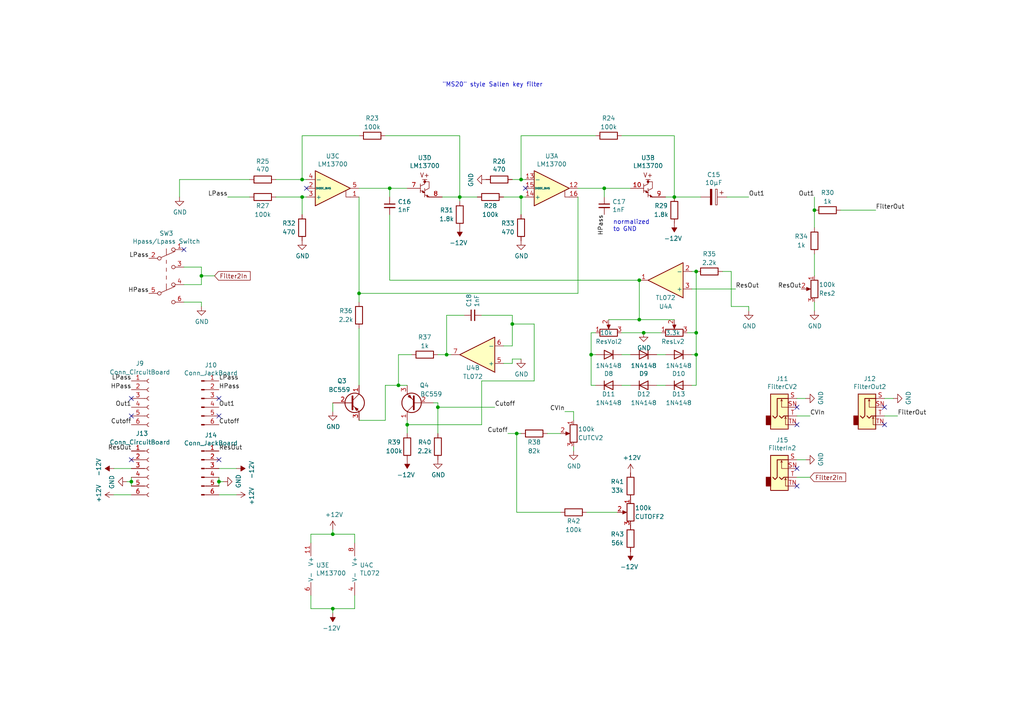
<source format=kicad_sch>
(kicad_sch (version 20211123) (generator eeschema)

  (uuid 2028d85e-9e27-4758-8c0b-559fad072813)

  (paper "A4")

  (lib_symbols
    (symbol "Amplifier_Operational:LM13700" (pin_names (offset 0.127)) (in_bom yes) (on_board yes)
      (property "Reference" "U" (id 0) (at 3.81 5.08 0)
        (effects (font (size 1.27 1.27)))
      )
      (property "Value" "LM13700" (id 1) (at 5.08 -5.08 0)
        (effects (font (size 1.27 1.27)))
      )
      (property "Footprint" "" (id 2) (at -7.62 0.635 0)
        (effects (font (size 1.27 1.27)) hide)
      )
      (property "Datasheet" "http://www.ti.com/lit/ds/symlink/lm13700.pdf" (id 3) (at -7.62 0.635 0)
        (effects (font (size 1.27 1.27)) hide)
      )
      (property "ki_locked" "" (id 4) (at 0 0 0)
        (effects (font (size 1.27 1.27)))
      )
      (property "ki_keywords" "operational transconductance amplifier OTA" (id 5) (at 0 0 0)
        (effects (font (size 1.27 1.27)) hide)
      )
      (property "ki_description" "Dual Operational Transconductance Amplifiers with Linearizing Diodes and Buffers, DIP-16/SOIC-16" (id 6) (at 0 0 0)
        (effects (font (size 1.27 1.27)) hide)
      )
      (property "ki_fp_filters" "SOIC*3.9x9.9mm*P1.27mm* DIP*W7.62mm*" (id 7) (at 0 0 0)
        (effects (font (size 1.27 1.27)) hide)
      )
      (symbol "LM13700_1_1"
        (polyline
          (pts
            (xy 3.81 -0.635)
            (xy 3.81 -2.54)
            (xy 5.08 -2.54)
          )
          (stroke (width 0) (type default) (color 0 0 0 0))
          (fill (type none))
        )
        (polyline
          (pts
            (xy 5.08 0)
            (xy -5.08 -5.08)
            (xy -5.08 5.08)
            (xy 5.08 0)
          )
          (stroke (width 0.254) (type default) (color 0 0 0 0))
          (fill (type background))
        )
        (pin output line (at 7.62 0 180) (length 2.54)
          (name "~" (effects (font (size 1.27 1.27))))
          (number "12" (effects (font (size 1.27 1.27))))
        )
        (pin input line (at -7.62 2.54 0) (length 2.54)
          (name "-" (effects (font (size 1.27 1.27))))
          (number "13" (effects (font (size 1.27 1.27))))
        )
        (pin input line (at -7.62 -2.54 0) (length 2.54)
          (name "+" (effects (font (size 1.27 1.27))))
          (number "14" (effects (font (size 1.27 1.27))))
        )
        (pin input line (at -7.62 0 0) (length 2.54)
          (name "DIODE_BIAS" (effects (font (size 0.508 0.508))))
          (number "15" (effects (font (size 1.27 1.27))))
        )
        (pin input line (at 7.62 -2.54 180) (length 2.54)
          (name "~" (effects (font (size 1.27 1.27))))
          (number "16" (effects (font (size 1.27 1.27))))
        )
      )
      (symbol "LM13700_2_0"
        (polyline
          (pts
            (xy -1.905 2.54)
            (xy -3.175 2.54)
          )
          (stroke (width 0) (type default) (color 0 0 0 0))
          (fill (type none))
        )
      )
      (symbol "LM13700_2_1"
        (circle (center -2.54 1.905) (radius 0.254)
          (stroke (width 0.254) (type default) (color 0 0 0 0))
          (fill (type outline))
        )
        (polyline
          (pts
            (xy -3.81 -0.635)
            (xy -2.54 -1.27)
          )
          (stroke (width 0) (type default) (color 0 0 0 0))
          (fill (type none))
        )
        (polyline
          (pts
            (xy -3.81 1.27)
            (xy -3.81 -1.27)
          )
          (stroke (width 0) (type default) (color 0 0 0 0))
          (fill (type none))
        )
        (polyline
          (pts
            (xy -2.54 -1.905)
            (xy -1.27 -2.54)
          )
          (stroke (width 0) (type default) (color 0 0 0 0))
          (fill (type none))
        )
        (polyline
          (pts
            (xy -2.54 0)
            (xy -2.54 -2.54)
          )
          (stroke (width 0) (type default) (color 0 0 0 0))
          (fill (type none))
        )
        (polyline
          (pts
            (xy -3.81 0.635)
            (xy -2.54 1.27)
            (xy -2.54 1.905)
            (xy -2.54 2.54)
          )
          (stroke (width 0) (type default) (color 0 0 0 0))
          (fill (type none))
        )
        (polyline
          (pts
            (xy -2.54 -1.27)
            (xy -3.175 -0.635)
            (xy -3.175 -1.27)
            (xy -2.54 -1.27)
          )
          (stroke (width 0) (type default) (color 0 0 0 0))
          (fill (type outline))
        )
        (polyline
          (pts
            (xy -2.54 -0.635)
            (xy -1.27 0)
            (xy -1.27 1.905)
            (xy -2.54 1.905)
          )
          (stroke (width 0) (type default) (color 0 0 0 0))
          (fill (type none))
        )
        (polyline
          (pts
            (xy -1.27 -2.54)
            (xy -1.905 -1.905)
            (xy -1.905 -2.54)
            (xy -1.27 -2.54)
          )
          (stroke (width 0) (type default) (color 0 0 0 0))
          (fill (type outline))
        )
        (text "V+" (at -2.54 3.81 0)
          (effects (font (size 1.27 1.27)))
        )
        (pin input line (at -7.62 0 0) (length 3.81)
          (name "~" (effects (font (size 1.27 1.27))))
          (number "10" (effects (font (size 1.27 1.27))))
        )
        (pin output line (at 2.54 -2.54 180) (length 3.81)
          (name "~" (effects (font (size 1.27 1.27))))
          (number "9" (effects (font (size 1.27 1.27))))
        )
      )
      (symbol "LM13700_3_1"
        (polyline
          (pts
            (xy 3.81 -0.635)
            (xy 3.81 -2.54)
            (xy 5.08 -2.54)
          )
          (stroke (width 0) (type default) (color 0 0 0 0))
          (fill (type none))
        )
        (polyline
          (pts
            (xy 5.08 0)
            (xy -5.08 -5.08)
            (xy -5.08 5.08)
            (xy 5.08 0)
          )
          (stroke (width 0.254) (type default) (color 0 0 0 0))
          (fill (type background))
        )
        (pin input line (at 7.62 -2.54 180) (length 2.54)
          (name "~" (effects (font (size 1.27 1.27))))
          (number "1" (effects (font (size 1.27 1.27))))
        )
        (pin input line (at -7.62 0 0) (length 2.54)
          (name "DIODE_BIAS" (effects (font (size 0.508 0.508))))
          (number "2" (effects (font (size 1.27 1.27))))
        )
        (pin input line (at -7.62 -2.54 0) (length 2.54)
          (name "+" (effects (font (size 1.27 1.27))))
          (number "3" (effects (font (size 1.27 1.27))))
        )
        (pin input line (at -7.62 2.54 0) (length 2.54)
          (name "-" (effects (font (size 1.27 1.27))))
          (number "4" (effects (font (size 1.27 1.27))))
        )
        (pin output line (at 7.62 0 180) (length 2.54)
          (name "~" (effects (font (size 1.27 1.27))))
          (number "5" (effects (font (size 1.27 1.27))))
        )
      )
      (symbol "LM13700_4_0"
        (polyline
          (pts
            (xy -3.175 2.54)
            (xy -1.905 2.54)
          )
          (stroke (width 0) (type default) (color 0 0 0 0))
          (fill (type none))
        )
        (text "V+" (at -2.54 3.81 0)
          (effects (font (size 1.27 1.27)))
        )
      )
      (symbol "LM13700_4_1"
        (circle (center -2.54 1.905) (radius 0.254)
          (stroke (width 0.254) (type default) (color 0 0 0 0))
          (fill (type outline))
        )
        (polyline
          (pts
            (xy -3.81 -0.635)
            (xy -2.54 -1.27)
          )
          (stroke (width 0) (type default) (color 0 0 0 0))
          (fill (type none))
        )
        (polyline
          (pts
            (xy -3.81 1.27)
            (xy -3.81 -1.27)
          )
          (stroke (width 0) (type default) (color 0 0 0 0))
          (fill (type none))
        )
        (polyline
          (pts
            (xy -2.54 -1.905)
            (xy -1.27 -2.54)
          )
          (stroke (width 0) (type default) (color 0 0 0 0))
          (fill (type none))
        )
        (polyline
          (pts
            (xy -2.54 0)
            (xy -2.54 -2.54)
          )
          (stroke (width 0) (type default) (color 0 0 0 0))
          (fill (type none))
        )
        (polyline
          (pts
            (xy -3.81 0.635)
            (xy -2.54 1.27)
            (xy -2.54 2.54)
          )
          (stroke (width 0) (type default) (color 0 0 0 0))
          (fill (type none))
        )
        (polyline
          (pts
            (xy -2.54 -1.27)
            (xy -3.175 -0.635)
            (xy -3.175 -1.27)
            (xy -2.54 -1.27)
          )
          (stroke (width 0) (type default) (color 0 0 0 0))
          (fill (type outline))
        )
        (polyline
          (pts
            (xy -2.54 -0.635)
            (xy -1.27 0)
            (xy -1.27 1.905)
            (xy -2.54 1.905)
          )
          (stroke (width 0) (type default) (color 0 0 0 0))
          (fill (type none))
        )
        (polyline
          (pts
            (xy -1.27 -2.54)
            (xy -1.905 -1.905)
            (xy -1.905 -2.54)
            (xy -1.27 -2.54)
          )
          (stroke (width 0) (type default) (color 0 0 0 0))
          (fill (type outline))
        )
        (pin input line (at -7.62 0 0) (length 3.81)
          (name "~" (effects (font (size 1.27 1.27))))
          (number "7" (effects (font (size 1.27 1.27))))
        )
        (pin output line (at 2.54 -2.54 180) (length 3.81)
          (name "~" (effects (font (size 1.27 1.27))))
          (number "8" (effects (font (size 1.27 1.27))))
        )
      )
      (symbol "LM13700_5_1"
        (pin power_in line (at -2.54 7.62 270) (length 3.81)
          (name "V+" (effects (font (size 1.27 1.27))))
          (number "11" (effects (font (size 1.27 1.27))))
        )
        (pin power_in line (at -2.54 -7.62 90) (length 3.81)
          (name "V-" (effects (font (size 1.27 1.27))))
          (number "6" (effects (font (size 1.27 1.27))))
        )
      )
    )
    (symbol "Amplifier_Operational:TL072" (pin_names (offset 0.127)) (in_bom yes) (on_board yes)
      (property "Reference" "U" (id 0) (at 0 5.08 0)
        (effects (font (size 1.27 1.27)) (justify left))
      )
      (property "Value" "TL072" (id 1) (at 0 -5.08 0)
        (effects (font (size 1.27 1.27)) (justify left))
      )
      (property "Footprint" "" (id 2) (at 0 0 0)
        (effects (font (size 1.27 1.27)) hide)
      )
      (property "Datasheet" "http://www.ti.com/lit/ds/symlink/tl071.pdf" (id 3) (at 0 0 0)
        (effects (font (size 1.27 1.27)) hide)
      )
      (property "ki_locked" "" (id 4) (at 0 0 0)
        (effects (font (size 1.27 1.27)))
      )
      (property "ki_keywords" "dual opamp" (id 5) (at 0 0 0)
        (effects (font (size 1.27 1.27)) hide)
      )
      (property "ki_description" "Dual Low-Noise JFET-Input Operational Amplifiers, DIP-8/SOIC-8" (id 6) (at 0 0 0)
        (effects (font (size 1.27 1.27)) hide)
      )
      (property "ki_fp_filters" "SOIC*3.9x4.9mm*P1.27mm* DIP*W7.62mm* TO*99* OnSemi*Micro8* TSSOP*3x3mm*P0.65mm* TSSOP*4.4x3mm*P0.65mm* MSOP*3x3mm*P0.65mm* SSOP*3.9x4.9mm*P0.635mm* LFCSP*2x2mm*P0.5mm* *SIP* SOIC*5.3x6.2mm*P1.27mm*" (id 7) (at 0 0 0)
        (effects (font (size 1.27 1.27)) hide)
      )
      (symbol "TL072_1_1"
        (polyline
          (pts
            (xy -5.08 5.08)
            (xy 5.08 0)
            (xy -5.08 -5.08)
            (xy -5.08 5.08)
          )
          (stroke (width 0.254) (type default) (color 0 0 0 0))
          (fill (type background))
        )
        (pin output line (at 7.62 0 180) (length 2.54)
          (name "~" (effects (font (size 1.27 1.27))))
          (number "1" (effects (font (size 1.27 1.27))))
        )
        (pin input line (at -7.62 -2.54 0) (length 2.54)
          (name "-" (effects (font (size 1.27 1.27))))
          (number "2" (effects (font (size 1.27 1.27))))
        )
        (pin input line (at -7.62 2.54 0) (length 2.54)
          (name "+" (effects (font (size 1.27 1.27))))
          (number "3" (effects (font (size 1.27 1.27))))
        )
      )
      (symbol "TL072_2_1"
        (polyline
          (pts
            (xy -5.08 5.08)
            (xy 5.08 0)
            (xy -5.08 -5.08)
            (xy -5.08 5.08)
          )
          (stroke (width 0.254) (type default) (color 0 0 0 0))
          (fill (type background))
        )
        (pin input line (at -7.62 2.54 0) (length 2.54)
          (name "+" (effects (font (size 1.27 1.27))))
          (number "5" (effects (font (size 1.27 1.27))))
        )
        (pin input line (at -7.62 -2.54 0) (length 2.54)
          (name "-" (effects (font (size 1.27 1.27))))
          (number "6" (effects (font (size 1.27 1.27))))
        )
        (pin output line (at 7.62 0 180) (length 2.54)
          (name "~" (effects (font (size 1.27 1.27))))
          (number "7" (effects (font (size 1.27 1.27))))
        )
      )
      (symbol "TL072_3_1"
        (pin power_in line (at -2.54 -7.62 90) (length 3.81)
          (name "V-" (effects (font (size 1.27 1.27))))
          (number "4" (effects (font (size 1.27 1.27))))
        )
        (pin power_in line (at -2.54 7.62 270) (length 3.81)
          (name "V+" (effects (font (size 1.27 1.27))))
          (number "8" (effects (font (size 1.27 1.27))))
        )
      )
    )
    (symbol "Connector:AudioJack2_Switch" (in_bom yes) (on_board yes)
      (property "Reference" "J" (id 0) (at 0 11.43 0)
        (effects (font (size 1.27 1.27)))
      )
      (property "Value" "AudioJack2_Switch" (id 1) (at 0 8.89 0)
        (effects (font (size 1.27 1.27)))
      )
      (property "Footprint" "" (id 2) (at 0 5.08 0)
        (effects (font (size 1.27 1.27)) hide)
      )
      (property "Datasheet" "~" (id 3) (at 0 5.08 0)
        (effects (font (size 1.27 1.27)) hide)
      )
      (property "ki_keywords" "audio jack receptacle mono headphones phone TS connector" (id 4) (at 0 0 0)
        (effects (font (size 1.27 1.27)) hide)
      )
      (property "ki_description" "Audio Jack, 2 Poles (Mono / TS), Switched Pole (Normalling)" (id 5) (at 0 0 0)
        (effects (font (size 1.27 1.27)) hide)
      )
      (property "ki_fp_filters" "Jack*" (id 6) (at 0 0 0)
        (effects (font (size 1.27 1.27)) hide)
      )
      (symbol "AudioJack2_Switch_0_1"
        (rectangle (start -2.54 0) (end -3.81 -2.54)
          (stroke (width 0.254) (type default) (color 0 0 0 0))
          (fill (type outline))
        )
        (rectangle (start 2.54 6.35) (end -2.54 -3.81)
          (stroke (width 0.254) (type default) (color 0 0 0 0))
          (fill (type background))
        )
      )
      (symbol "AudioJack2_Switch_1_1"
        (polyline
          (pts
            (xy 0.635 4.826)
            (xy 0.889 4.318)
          )
          (stroke (width 0) (type default) (color 0 0 0 0))
          (fill (type none))
        )
        (polyline
          (pts
            (xy 1.778 -0.254)
            (xy 2.032 -0.762)
          )
          (stroke (width 0) (type default) (color 0 0 0 0))
          (fill (type none))
        )
        (polyline
          (pts
            (xy 0 0)
            (xy 0.635 -0.635)
            (xy 1.27 0)
            (xy 2.54 0)
          )
          (stroke (width 0.254) (type default) (color 0 0 0 0))
          (fill (type none))
        )
        (polyline
          (pts
            (xy 2.54 -2.54)
            (xy 1.778 -2.54)
            (xy 1.778 -0.254)
            (xy 1.524 -0.762)
          )
          (stroke (width 0) (type default) (color 0 0 0 0))
          (fill (type none))
        )
        (polyline
          (pts
            (xy 2.54 2.54)
            (xy 0.635 2.54)
            (xy 0.635 4.826)
            (xy 0.381 4.318)
          )
          (stroke (width 0) (type default) (color 0 0 0 0))
          (fill (type none))
        )
        (polyline
          (pts
            (xy 2.54 5.08)
            (xy -0.635 5.08)
            (xy -0.635 0)
            (xy -1.27 -0.635)
            (xy -1.905 0)
          )
          (stroke (width 0.254) (type default) (color 0 0 0 0))
          (fill (type none))
        )
        (pin passive line (at 5.08 5.08 180) (length 2.54)
          (name "~" (effects (font (size 1.27 1.27))))
          (number "S" (effects (font (size 1.27 1.27))))
        )
        (pin passive line (at 5.08 2.54 180) (length 2.54)
          (name "~" (effects (font (size 1.27 1.27))))
          (number "SN" (effects (font (size 1.27 1.27))))
        )
        (pin passive line (at 5.08 0 180) (length 2.54)
          (name "~" (effects (font (size 1.27 1.27))))
          (number "T" (effects (font (size 1.27 1.27))))
        )
        (pin passive line (at 5.08 -2.54 180) (length 2.54)
          (name "~" (effects (font (size 1.27 1.27))))
          (number "TN" (effects (font (size 1.27 1.27))))
        )
      )
    )
    (symbol "Connector:Conn_01x06_Female" (pin_names (offset 1.016) hide) (in_bom yes) (on_board yes)
      (property "Reference" "J" (id 0) (at 0 7.62 0)
        (effects (font (size 1.27 1.27)))
      )
      (property "Value" "Conn_01x06_Female" (id 1) (at 0 -10.16 0)
        (effects (font (size 1.27 1.27)))
      )
      (property "Footprint" "" (id 2) (at 0 0 0)
        (effects (font (size 1.27 1.27)) hide)
      )
      (property "Datasheet" "~" (id 3) (at 0 0 0)
        (effects (font (size 1.27 1.27)) hide)
      )
      (property "ki_keywords" "connector" (id 4) (at 0 0 0)
        (effects (font (size 1.27 1.27)) hide)
      )
      (property "ki_description" "Generic connector, single row, 01x06, script generated (kicad-library-utils/schlib/autogen/connector/)" (id 5) (at 0 0 0)
        (effects (font (size 1.27 1.27)) hide)
      )
      (property "ki_fp_filters" "Connector*:*_1x??_*" (id 6) (at 0 0 0)
        (effects (font (size 1.27 1.27)) hide)
      )
      (symbol "Conn_01x06_Female_1_1"
        (arc (start 0 -7.112) (mid -0.508 -7.62) (end 0 -8.128)
          (stroke (width 0.1524) (type default) (color 0 0 0 0))
          (fill (type none))
        )
        (arc (start 0 -4.572) (mid -0.508 -5.08) (end 0 -5.588)
          (stroke (width 0.1524) (type default) (color 0 0 0 0))
          (fill (type none))
        )
        (arc (start 0 -2.032) (mid -0.508 -2.54) (end 0 -3.048)
          (stroke (width 0.1524) (type default) (color 0 0 0 0))
          (fill (type none))
        )
        (polyline
          (pts
            (xy -1.27 -7.62)
            (xy -0.508 -7.62)
          )
          (stroke (width 0.1524) (type default) (color 0 0 0 0))
          (fill (type none))
        )
        (polyline
          (pts
            (xy -1.27 -5.08)
            (xy -0.508 -5.08)
          )
          (stroke (width 0.1524) (type default) (color 0 0 0 0))
          (fill (type none))
        )
        (polyline
          (pts
            (xy -1.27 -2.54)
            (xy -0.508 -2.54)
          )
          (stroke (width 0.1524) (type default) (color 0 0 0 0))
          (fill (type none))
        )
        (polyline
          (pts
            (xy -1.27 0)
            (xy -0.508 0)
          )
          (stroke (width 0.1524) (type default) (color 0 0 0 0))
          (fill (type none))
        )
        (polyline
          (pts
            (xy -1.27 2.54)
            (xy -0.508 2.54)
          )
          (stroke (width 0.1524) (type default) (color 0 0 0 0))
          (fill (type none))
        )
        (polyline
          (pts
            (xy -1.27 5.08)
            (xy -0.508 5.08)
          )
          (stroke (width 0.1524) (type default) (color 0 0 0 0))
          (fill (type none))
        )
        (arc (start 0 0.508) (mid -0.508 0) (end 0 -0.508)
          (stroke (width 0.1524) (type default) (color 0 0 0 0))
          (fill (type none))
        )
        (arc (start 0 3.048) (mid -0.508 2.54) (end 0 2.032)
          (stroke (width 0.1524) (type default) (color 0 0 0 0))
          (fill (type none))
        )
        (arc (start 0 5.588) (mid -0.508 5.08) (end 0 4.572)
          (stroke (width 0.1524) (type default) (color 0 0 0 0))
          (fill (type none))
        )
        (pin passive line (at -5.08 5.08 0) (length 3.81)
          (name "Pin_1" (effects (font (size 1.27 1.27))))
          (number "1" (effects (font (size 1.27 1.27))))
        )
        (pin passive line (at -5.08 2.54 0) (length 3.81)
          (name "Pin_2" (effects (font (size 1.27 1.27))))
          (number "2" (effects (font (size 1.27 1.27))))
        )
        (pin passive line (at -5.08 0 0) (length 3.81)
          (name "Pin_3" (effects (font (size 1.27 1.27))))
          (number "3" (effects (font (size 1.27 1.27))))
        )
        (pin passive line (at -5.08 -2.54 0) (length 3.81)
          (name "Pin_4" (effects (font (size 1.27 1.27))))
          (number "4" (effects (font (size 1.27 1.27))))
        )
        (pin passive line (at -5.08 -5.08 0) (length 3.81)
          (name "Pin_5" (effects (font (size 1.27 1.27))))
          (number "5" (effects (font (size 1.27 1.27))))
        )
        (pin passive line (at -5.08 -7.62 0) (length 3.81)
          (name "Pin_6" (effects (font (size 1.27 1.27))))
          (number "6" (effects (font (size 1.27 1.27))))
        )
      )
    )
    (symbol "Connector:Conn_01x06_Male" (pin_names (offset 1.016) hide) (in_bom yes) (on_board yes)
      (property "Reference" "J" (id 0) (at 0 7.62 0)
        (effects (font (size 1.27 1.27)))
      )
      (property "Value" "Conn_01x06_Male" (id 1) (at 0 -10.16 0)
        (effects (font (size 1.27 1.27)))
      )
      (property "Footprint" "" (id 2) (at 0 0 0)
        (effects (font (size 1.27 1.27)) hide)
      )
      (property "Datasheet" "~" (id 3) (at 0 0 0)
        (effects (font (size 1.27 1.27)) hide)
      )
      (property "ki_keywords" "connector" (id 4) (at 0 0 0)
        (effects (font (size 1.27 1.27)) hide)
      )
      (property "ki_description" "Generic connector, single row, 01x06, script generated (kicad-library-utils/schlib/autogen/connector/)" (id 5) (at 0 0 0)
        (effects (font (size 1.27 1.27)) hide)
      )
      (property "ki_fp_filters" "Connector*:*_1x??_*" (id 6) (at 0 0 0)
        (effects (font (size 1.27 1.27)) hide)
      )
      (symbol "Conn_01x06_Male_1_1"
        (polyline
          (pts
            (xy 1.27 -7.62)
            (xy 0.8636 -7.62)
          )
          (stroke (width 0.1524) (type default) (color 0 0 0 0))
          (fill (type none))
        )
        (polyline
          (pts
            (xy 1.27 -5.08)
            (xy 0.8636 -5.08)
          )
          (stroke (width 0.1524) (type default) (color 0 0 0 0))
          (fill (type none))
        )
        (polyline
          (pts
            (xy 1.27 -2.54)
            (xy 0.8636 -2.54)
          )
          (stroke (width 0.1524) (type default) (color 0 0 0 0))
          (fill (type none))
        )
        (polyline
          (pts
            (xy 1.27 0)
            (xy 0.8636 0)
          )
          (stroke (width 0.1524) (type default) (color 0 0 0 0))
          (fill (type none))
        )
        (polyline
          (pts
            (xy 1.27 2.54)
            (xy 0.8636 2.54)
          )
          (stroke (width 0.1524) (type default) (color 0 0 0 0))
          (fill (type none))
        )
        (polyline
          (pts
            (xy 1.27 5.08)
            (xy 0.8636 5.08)
          )
          (stroke (width 0.1524) (type default) (color 0 0 0 0))
          (fill (type none))
        )
        (rectangle (start 0.8636 -7.493) (end 0 -7.747)
          (stroke (width 0.1524) (type default) (color 0 0 0 0))
          (fill (type outline))
        )
        (rectangle (start 0.8636 -4.953) (end 0 -5.207)
          (stroke (width 0.1524) (type default) (color 0 0 0 0))
          (fill (type outline))
        )
        (rectangle (start 0.8636 -2.413) (end 0 -2.667)
          (stroke (width 0.1524) (type default) (color 0 0 0 0))
          (fill (type outline))
        )
        (rectangle (start 0.8636 0.127) (end 0 -0.127)
          (stroke (width 0.1524) (type default) (color 0 0 0 0))
          (fill (type outline))
        )
        (rectangle (start 0.8636 2.667) (end 0 2.413)
          (stroke (width 0.1524) (type default) (color 0 0 0 0))
          (fill (type outline))
        )
        (rectangle (start 0.8636 5.207) (end 0 4.953)
          (stroke (width 0.1524) (type default) (color 0 0 0 0))
          (fill (type outline))
        )
        (pin passive line (at 5.08 5.08 180) (length 3.81)
          (name "Pin_1" (effects (font (size 1.27 1.27))))
          (number "1" (effects (font (size 1.27 1.27))))
        )
        (pin passive line (at 5.08 2.54 180) (length 3.81)
          (name "Pin_2" (effects (font (size 1.27 1.27))))
          (number "2" (effects (font (size 1.27 1.27))))
        )
        (pin passive line (at 5.08 0 180) (length 3.81)
          (name "Pin_3" (effects (font (size 1.27 1.27))))
          (number "3" (effects (font (size 1.27 1.27))))
        )
        (pin passive line (at 5.08 -2.54 180) (length 3.81)
          (name "Pin_4" (effects (font (size 1.27 1.27))))
          (number "4" (effects (font (size 1.27 1.27))))
        )
        (pin passive line (at 5.08 -5.08 180) (length 3.81)
          (name "Pin_5" (effects (font (size 1.27 1.27))))
          (number "5" (effects (font (size 1.27 1.27))))
        )
        (pin passive line (at 5.08 -7.62 180) (length 3.81)
          (name "Pin_6" (effects (font (size 1.27 1.27))))
          (number "6" (effects (font (size 1.27 1.27))))
        )
      )
    )
    (symbol "Device:CP" (pin_numbers hide) (pin_names (offset 0.254)) (in_bom yes) (on_board yes)
      (property "Reference" "C" (id 0) (at 0.635 2.54 0)
        (effects (font (size 1.27 1.27)) (justify left))
      )
      (property "Value" "Device_CP" (id 1) (at 0.635 -2.54 0)
        (effects (font (size 1.27 1.27)) (justify left))
      )
      (property "Footprint" "" (id 2) (at 0.9652 -3.81 0)
        (effects (font (size 1.27 1.27)) hide)
      )
      (property "Datasheet" "" (id 3) (at 0 0 0)
        (effects (font (size 1.27 1.27)) hide)
      )
      (property "ki_fp_filters" "CP_*" (id 4) (at 0 0 0)
        (effects (font (size 1.27 1.27)) hide)
      )
      (symbol "CP_0_1"
        (rectangle (start -2.286 0.508) (end 2.286 1.016)
          (stroke (width 0) (type default) (color 0 0 0 0))
          (fill (type none))
        )
        (polyline
          (pts
            (xy -1.778 2.286)
            (xy -0.762 2.286)
          )
          (stroke (width 0) (type default) (color 0 0 0 0))
          (fill (type none))
        )
        (polyline
          (pts
            (xy -1.27 2.794)
            (xy -1.27 1.778)
          )
          (stroke (width 0) (type default) (color 0 0 0 0))
          (fill (type none))
        )
        (rectangle (start 2.286 -0.508) (end -2.286 -1.016)
          (stroke (width 0) (type default) (color 0 0 0 0))
          (fill (type outline))
        )
      )
      (symbol "CP_1_1"
        (pin passive line (at 0 3.81 270) (length 2.794)
          (name "~" (effects (font (size 1.27 1.27))))
          (number "1" (effects (font (size 1.27 1.27))))
        )
        (pin passive line (at 0 -3.81 90) (length 2.794)
          (name "~" (effects (font (size 1.27 1.27))))
          (number "2" (effects (font (size 1.27 1.27))))
        )
      )
    )
    (symbol "Device:C_Small" (pin_numbers hide) (pin_names (offset 0.254) hide) (in_bom yes) (on_board yes)
      (property "Reference" "C" (id 0) (at 0.254 1.778 0)
        (effects (font (size 1.27 1.27)) (justify left))
      )
      (property "Value" "C_Small" (id 1) (at 0.254 -2.032 0)
        (effects (font (size 1.27 1.27)) (justify left))
      )
      (property "Footprint" "" (id 2) (at 0 0 0)
        (effects (font (size 1.27 1.27)) hide)
      )
      (property "Datasheet" "~" (id 3) (at 0 0 0)
        (effects (font (size 1.27 1.27)) hide)
      )
      (property "ki_keywords" "capacitor cap" (id 4) (at 0 0 0)
        (effects (font (size 1.27 1.27)) hide)
      )
      (property "ki_description" "Unpolarized capacitor, small symbol" (id 5) (at 0 0 0)
        (effects (font (size 1.27 1.27)) hide)
      )
      (property "ki_fp_filters" "C_*" (id 6) (at 0 0 0)
        (effects (font (size 1.27 1.27)) hide)
      )
      (symbol "C_Small_0_1"
        (polyline
          (pts
            (xy -1.524 -0.508)
            (xy 1.524 -0.508)
          )
          (stroke (width 0.3302) (type default) (color 0 0 0 0))
          (fill (type none))
        )
        (polyline
          (pts
            (xy -1.524 0.508)
            (xy 1.524 0.508)
          )
          (stroke (width 0.3048) (type default) (color 0 0 0 0))
          (fill (type none))
        )
      )
      (symbol "C_Small_1_1"
        (pin passive line (at 0 2.54 270) (length 2.032)
          (name "~" (effects (font (size 1.27 1.27))))
          (number "1" (effects (font (size 1.27 1.27))))
        )
        (pin passive line (at 0 -2.54 90) (length 2.032)
          (name "~" (effects (font (size 1.27 1.27))))
          (number "2" (effects (font (size 1.27 1.27))))
        )
      )
    )
    (symbol "Device:D" (pin_numbers hide) (pin_names (offset 1.016) hide) (in_bom yes) (on_board yes)
      (property "Reference" "D" (id 0) (at 0 2.54 0)
        (effects (font (size 1.27 1.27)))
      )
      (property "Value" "D" (id 1) (at 0 -2.54 0)
        (effects (font (size 1.27 1.27)))
      )
      (property "Footprint" "" (id 2) (at 0 0 0)
        (effects (font (size 1.27 1.27)) hide)
      )
      (property "Datasheet" "~" (id 3) (at 0 0 0)
        (effects (font (size 1.27 1.27)) hide)
      )
      (property "ki_keywords" "diode" (id 4) (at 0 0 0)
        (effects (font (size 1.27 1.27)) hide)
      )
      (property "ki_description" "Diode" (id 5) (at 0 0 0)
        (effects (font (size 1.27 1.27)) hide)
      )
      (property "ki_fp_filters" "TO-???* *_Diode_* *SingleDiode* D_*" (id 6) (at 0 0 0)
        (effects (font (size 1.27 1.27)) hide)
      )
      (symbol "D_0_1"
        (polyline
          (pts
            (xy -1.27 1.27)
            (xy -1.27 -1.27)
          )
          (stroke (width 0.254) (type default) (color 0 0 0 0))
          (fill (type none))
        )
        (polyline
          (pts
            (xy 1.27 0)
            (xy -1.27 0)
          )
          (stroke (width 0) (type default) (color 0 0 0 0))
          (fill (type none))
        )
        (polyline
          (pts
            (xy 1.27 1.27)
            (xy 1.27 -1.27)
            (xy -1.27 0)
            (xy 1.27 1.27)
          )
          (stroke (width 0.254) (type default) (color 0 0 0 0))
          (fill (type none))
        )
      )
      (symbol "D_1_1"
        (pin passive line (at -3.81 0 0) (length 2.54)
          (name "K" (effects (font (size 1.27 1.27))))
          (number "1" (effects (font (size 1.27 1.27))))
        )
        (pin passive line (at 3.81 0 180) (length 2.54)
          (name "A" (effects (font (size 1.27 1.27))))
          (number "2" (effects (font (size 1.27 1.27))))
        )
      )
    )
    (symbol "Device:R" (pin_numbers hide) (pin_names (offset 0)) (in_bom yes) (on_board yes)
      (property "Reference" "R" (id 0) (at 2.032 0 90)
        (effects (font (size 1.27 1.27)))
      )
      (property "Value" "R" (id 1) (at 0 0 90)
        (effects (font (size 1.27 1.27)))
      )
      (property "Footprint" "" (id 2) (at -1.778 0 90)
        (effects (font (size 1.27 1.27)) hide)
      )
      (property "Datasheet" "~" (id 3) (at 0 0 0)
        (effects (font (size 1.27 1.27)) hide)
      )
      (property "ki_keywords" "R res resistor" (id 4) (at 0 0 0)
        (effects (font (size 1.27 1.27)) hide)
      )
      (property "ki_description" "Resistor" (id 5) (at 0 0 0)
        (effects (font (size 1.27 1.27)) hide)
      )
      (property "ki_fp_filters" "R_*" (id 6) (at 0 0 0)
        (effects (font (size 1.27 1.27)) hide)
      )
      (symbol "R_0_1"
        (rectangle (start -1.016 -2.54) (end 1.016 2.54)
          (stroke (width 0.254) (type default) (color 0 0 0 0))
          (fill (type none))
        )
      )
      (symbol "R_1_1"
        (pin passive line (at 0 3.81 270) (length 1.27)
          (name "~" (effects (font (size 1.27 1.27))))
          (number "1" (effects (font (size 1.27 1.27))))
        )
        (pin passive line (at 0 -3.81 90) (length 1.27)
          (name "~" (effects (font (size 1.27 1.27))))
          (number "2" (effects (font (size 1.27 1.27))))
        )
      )
    )
    (symbol "Device:R_POT" (pin_names (offset 1.016) hide) (in_bom yes) (on_board yes)
      (property "Reference" "RV" (id 0) (at -4.445 0 90)
        (effects (font (size 1.27 1.27)))
      )
      (property "Value" "Device_R_POT" (id 1) (at -2.54 0 90)
        (effects (font (size 1.27 1.27)))
      )
      (property "Footprint" "" (id 2) (at 0 0 0)
        (effects (font (size 1.27 1.27)) hide)
      )
      (property "Datasheet" "" (id 3) (at 0 0 0)
        (effects (font (size 1.27 1.27)) hide)
      )
      (property "ki_fp_filters" "Potentiometer*" (id 4) (at 0 0 0)
        (effects (font (size 1.27 1.27)) hide)
      )
      (symbol "R_POT_0_1"
        (polyline
          (pts
            (xy 2.54 0)
            (xy 1.524 0)
          )
          (stroke (width 0) (type default) (color 0 0 0 0))
          (fill (type none))
        )
        (polyline
          (pts
            (xy 1.143 0)
            (xy 2.286 0.508)
            (xy 2.286 -0.508)
            (xy 1.143 0)
          )
          (stroke (width 0) (type default) (color 0 0 0 0))
          (fill (type outline))
        )
        (rectangle (start 1.016 2.54) (end -1.016 -2.54)
          (stroke (width 0.254) (type default) (color 0 0 0 0))
          (fill (type none))
        )
      )
      (symbol "R_POT_1_1"
        (pin passive line (at 0 3.81 270) (length 1.27)
          (name "1" (effects (font (size 1.27 1.27))))
          (number "1" (effects (font (size 1.27 1.27))))
        )
        (pin passive line (at 3.81 0 180) (length 1.27)
          (name "2" (effects (font (size 1.27 1.27))))
          (number "2" (effects (font (size 1.27 1.27))))
        )
        (pin passive line (at 0 -3.81 90) (length 1.27)
          (name "3" (effects (font (size 1.27 1.27))))
          (number "3" (effects (font (size 1.27 1.27))))
        )
      )
    )
    (symbol "Switch:SW_Push_DPDT" (pin_names (offset 0) hide) (in_bom yes) (on_board yes)
      (property "Reference" "SW" (id 0) (at 0 8.89 0)
        (effects (font (size 1.27 1.27)))
      )
      (property "Value" "SW_Push_DPDT" (id 1) (at 0 -10.16 0)
        (effects (font (size 1.27 1.27)))
      )
      (property "Footprint" "" (id 2) (at 0 5.08 0)
        (effects (font (size 1.27 1.27)) hide)
      )
      (property "Datasheet" "~" (id 3) (at 0 5.08 0)
        (effects (font (size 1.27 1.27)) hide)
      )
      (property "ki_keywords" "switch dual-pole double-throw spdt ON-ON" (id 4) (at 0 0 0)
        (effects (font (size 1.27 1.27)) hide)
      )
      (property "ki_description" "Momentary Switch, dual pole double throw" (id 5) (at 0 0 0)
        (effects (font (size 1.27 1.27)) hide)
      )
      (symbol "SW_Push_DPDT_0_0"
        (circle (center -2.032 -5.08) (radius 0.508)
          (stroke (width 0) (type default) (color 0 0 0 0))
          (fill (type none))
        )
        (circle (center -2.032 5.08) (radius 0.508)
          (stroke (width 0) (type default) (color 0 0 0 0))
          (fill (type none))
        )
        (circle (center 2.032 -7.62) (radius 0.508)
          (stroke (width 0) (type default) (color 0 0 0 0))
          (fill (type none))
        )
        (circle (center 2.032 2.54) (radius 0.508)
          (stroke (width 0) (type default) (color 0 0 0 0))
          (fill (type none))
        )
      )
      (symbol "SW_Push_DPDT_0_1"
        (polyline
          (pts
            (xy -1.524 -4.826)
            (xy 2.54 -3.048)
          )
          (stroke (width 0) (type default) (color 0 0 0 0))
          (fill (type none))
        )
        (polyline
          (pts
            (xy -1.524 5.334)
            (xy 2.54 7.112)
          )
          (stroke (width 0) (type default) (color 0 0 0 0))
          (fill (type none))
        )
        (polyline
          (pts
            (xy 0 -2.286)
            (xy 0 -4.064)
          )
          (stroke (width 0) (type default) (color 0 0 0 0))
          (fill (type none))
        )
        (polyline
          (pts
            (xy 0 -1.016)
            (xy 0 0)
          )
          (stroke (width 0) (type default) (color 0 0 0 0))
          (fill (type none))
        )
        (polyline
          (pts
            (xy 0 1.27)
            (xy 0 2.286)
          )
          (stroke (width 0) (type default) (color 0 0 0 0))
          (fill (type none))
        )
        (polyline
          (pts
            (xy 0 3.556)
            (xy 0 4.572)
          )
          (stroke (width 0) (type default) (color 0 0 0 0))
          (fill (type none))
        )
        (polyline
          (pts
            (xy 0 7.874)
            (xy 0 6.096)
          )
          (stroke (width 0) (type default) (color 0 0 0 0))
          (fill (type none))
        )
        (circle (center 2.032 -2.54) (radius 0.508)
          (stroke (width 0) (type default) (color 0 0 0 0))
          (fill (type none))
        )
        (circle (center 2.032 7.62) (radius 0.508)
          (stroke (width 0) (type default) (color 0 0 0 0))
          (fill (type none))
        )
      )
      (symbol "SW_Push_DPDT_1_1"
        (pin passive line (at 5.08 7.62 180) (length 2.54)
          (name "A" (effects (font (size 1.27 1.27))))
          (number "1" (effects (font (size 1.27 1.27))))
        )
        (pin passive line (at -5.08 5.08 0) (length 2.54)
          (name "B" (effects (font (size 1.27 1.27))))
          (number "2" (effects (font (size 1.27 1.27))))
        )
        (pin passive line (at 5.08 2.54 180) (length 2.54)
          (name "C" (effects (font (size 1.27 1.27))))
          (number "3" (effects (font (size 1.27 1.27))))
        )
        (pin passive line (at 5.08 -2.54 180) (length 2.54)
          (name "A" (effects (font (size 1.27 1.27))))
          (number "4" (effects (font (size 1.27 1.27))))
        )
        (pin passive line (at -5.08 -5.08 0) (length 2.54)
          (name "B" (effects (font (size 1.27 1.27))))
          (number "5" (effects (font (size 1.27 1.27))))
        )
        (pin passive line (at 5.08 -7.62 180) (length 2.54)
          (name "C" (effects (font (size 1.27 1.27))))
          (number "6" (effects (font (size 1.27 1.27))))
        )
      )
    )
    (symbol "Transistor_BJT:BC559" (pin_names (offset 0) hide) (in_bom yes) (on_board yes)
      (property "Reference" "Q" (id 0) (at 5.08 1.905 0)
        (effects (font (size 1.27 1.27)) (justify left))
      )
      (property "Value" "BC559" (id 1) (at 5.08 0 0)
        (effects (font (size 1.27 1.27)) (justify left))
      )
      (property "Footprint" "Package_TO_SOT_THT:TO-92_Inline" (id 2) (at 5.08 -1.905 0)
        (effects (font (size 1.27 1.27) italic) (justify left) hide)
      )
      (property "Datasheet" "https://www.onsemi.com/pub/Collateral/BC556BTA-D.pdf" (id 3) (at 0 0 0)
        (effects (font (size 1.27 1.27)) (justify left) hide)
      )
      (property "ki_keywords" "PNP Transistor" (id 4) (at 0 0 0)
        (effects (font (size 1.27 1.27)) hide)
      )
      (property "ki_description" "0.1A Ic, 30V Vce, PNP Small Signal Transistor, TO-92" (id 5) (at 0 0 0)
        (effects (font (size 1.27 1.27)) hide)
      )
      (property "ki_fp_filters" "TO?92*" (id 6) (at 0 0 0)
        (effects (font (size 1.27 1.27)) hide)
      )
      (symbol "BC559_0_1"
        (polyline
          (pts
            (xy 0.635 0.635)
            (xy 2.54 2.54)
          )
          (stroke (width 0) (type default) (color 0 0 0 0))
          (fill (type none))
        )
        (polyline
          (pts
            (xy 0.635 -0.635)
            (xy 2.54 -2.54)
            (xy 2.54 -2.54)
          )
          (stroke (width 0) (type default) (color 0 0 0 0))
          (fill (type none))
        )
        (polyline
          (pts
            (xy 0.635 1.905)
            (xy 0.635 -1.905)
            (xy 0.635 -1.905)
          )
          (stroke (width 0.508) (type default) (color 0 0 0 0))
          (fill (type none))
        )
        (polyline
          (pts
            (xy 2.286 -1.778)
            (xy 1.778 -2.286)
            (xy 1.27 -1.27)
            (xy 2.286 -1.778)
            (xy 2.286 -1.778)
          )
          (stroke (width 0) (type default) (color 0 0 0 0))
          (fill (type outline))
        )
        (circle (center 1.27 0) (radius 2.8194)
          (stroke (width 0.254) (type default) (color 0 0 0 0))
          (fill (type none))
        )
      )
      (symbol "BC559_1_1"
        (pin passive line (at 2.54 5.08 270) (length 2.54)
          (name "C" (effects (font (size 1.27 1.27))))
          (number "1" (effects (font (size 1.27 1.27))))
        )
        (pin input line (at -5.08 0 0) (length 5.715)
          (name "B" (effects (font (size 1.27 1.27))))
          (number "2" (effects (font (size 1.27 1.27))))
        )
        (pin passive line (at 2.54 -5.08 90) (length 2.54)
          (name "E" (effects (font (size 1.27 1.27))))
          (number "3" (effects (font (size 1.27 1.27))))
        )
      )
    )
    (symbol "power:+12V" (power) (pin_names (offset 0)) (in_bom yes) (on_board yes)
      (property "Reference" "#PWR" (id 0) (at 0 -3.81 0)
        (effects (font (size 1.27 1.27)) hide)
      )
      (property "Value" "+12V" (id 1) (at 0 3.556 0)
        (effects (font (size 1.27 1.27)))
      )
      (property "Footprint" "" (id 2) (at 0 0 0)
        (effects (font (size 1.27 1.27)) hide)
      )
      (property "Datasheet" "" (id 3) (at 0 0 0)
        (effects (font (size 1.27 1.27)) hide)
      )
      (property "ki_keywords" "power-flag" (id 4) (at 0 0 0)
        (effects (font (size 1.27 1.27)) hide)
      )
      (property "ki_description" "Power symbol creates a global label with name \"+12V\"" (id 5) (at 0 0 0)
        (effects (font (size 1.27 1.27)) hide)
      )
      (symbol "+12V_0_1"
        (polyline
          (pts
            (xy -0.762 1.27)
            (xy 0 2.54)
          )
          (stroke (width 0) (type default) (color 0 0 0 0))
          (fill (type none))
        )
        (polyline
          (pts
            (xy 0 0)
            (xy 0 2.54)
          )
          (stroke (width 0) (type default) (color 0 0 0 0))
          (fill (type none))
        )
        (polyline
          (pts
            (xy 0 2.54)
            (xy 0.762 1.27)
          )
          (stroke (width 0) (type default) (color 0 0 0 0))
          (fill (type none))
        )
      )
      (symbol "+12V_1_1"
        (pin power_in line (at 0 0 90) (length 0) hide
          (name "+12V" (effects (font (size 1.27 1.27))))
          (number "1" (effects (font (size 1.27 1.27))))
        )
      )
    )
    (symbol "power:-12V" (power) (pin_names (offset 0)) (in_bom yes) (on_board yes)
      (property "Reference" "#PWR" (id 0) (at 0 2.54 0)
        (effects (font (size 1.27 1.27)) hide)
      )
      (property "Value" "-12V" (id 1) (at 0 3.81 0)
        (effects (font (size 1.27 1.27)))
      )
      (property "Footprint" "" (id 2) (at 0 0 0)
        (effects (font (size 1.27 1.27)) hide)
      )
      (property "Datasheet" "" (id 3) (at 0 0 0)
        (effects (font (size 1.27 1.27)) hide)
      )
      (property "ki_keywords" "power-flag" (id 4) (at 0 0 0)
        (effects (font (size 1.27 1.27)) hide)
      )
      (property "ki_description" "Power symbol creates a global label with name \"-12V\"" (id 5) (at 0 0 0)
        (effects (font (size 1.27 1.27)) hide)
      )
      (symbol "-12V_0_0"
        (pin power_in line (at 0 0 90) (length 0) hide
          (name "-12V" (effects (font (size 1.27 1.27))))
          (number "1" (effects (font (size 1.27 1.27))))
        )
      )
      (symbol "-12V_0_1"
        (polyline
          (pts
            (xy 0 0)
            (xy 0 1.27)
            (xy 0.762 1.27)
            (xy 0 2.54)
            (xy -0.762 1.27)
            (xy 0 1.27)
          )
          (stroke (width 0) (type default) (color 0 0 0 0))
          (fill (type outline))
        )
      )
    )
    (symbol "power:GND" (power) (pin_names (offset 0)) (in_bom yes) (on_board yes)
      (property "Reference" "#PWR" (id 0) (at 0 -6.35 0)
        (effects (font (size 1.27 1.27)) hide)
      )
      (property "Value" "GND" (id 1) (at 0 -3.81 0)
        (effects (font (size 1.27 1.27)))
      )
      (property "Footprint" "" (id 2) (at 0 0 0)
        (effects (font (size 1.27 1.27)) hide)
      )
      (property "Datasheet" "" (id 3) (at 0 0 0)
        (effects (font (size 1.27 1.27)) hide)
      )
      (property "ki_keywords" "power-flag" (id 4) (at 0 0 0)
        (effects (font (size 1.27 1.27)) hide)
      )
      (property "ki_description" "Power symbol creates a global label with name \"GND\" , ground" (id 5) (at 0 0 0)
        (effects (font (size 1.27 1.27)) hide)
      )
      (symbol "GND_0_1"
        (polyline
          (pts
            (xy 0 0)
            (xy 0 -1.27)
            (xy 1.27 -1.27)
            (xy 0 -2.54)
            (xy -1.27 -1.27)
            (xy 0 -1.27)
          )
          (stroke (width 0) (type default) (color 0 0 0 0))
          (fill (type none))
        )
      )
      (symbol "GND_1_1"
        (pin power_in line (at 0 0 270) (length 0) hide
          (name "GND" (effects (font (size 1.27 1.27))))
          (number "1" (effects (font (size 1.27 1.27))))
        )
      )
    )
  )

  (junction (at 129.54 102.87) (diameter 0) (color 0 0 0 0)
    (uuid 0d095387-710d-4633-a6c3-04eab60b585a)
  )
  (junction (at 185.42 92.71) (diameter 0) (color 0 0 0 0)
    (uuid 24a492d9-25a9-4fba-b51b-3effb576b351)
  )
  (junction (at 58.42 80.01) (diameter 0) (color 0 0 0 0)
    (uuid 2f33286e-7553-4442-acf0-23c61fcd6ab0)
  )
  (junction (at 96.52 176.53) (diameter 0) (color 0 0 0 0)
    (uuid 368b5878-b1a0-439b-9581-320c86d698c2)
  )
  (junction (at 201.93 96.52) (diameter 0) (color 0 0 0 0)
    (uuid 42bd0f96-a831-406e-abb7-03ed1bbd785f)
  )
  (junction (at 118.11 123.19) (diameter 0) (color 0 0 0 0)
    (uuid 43f341b3-06e9-4e7a-a26e-5365b89d76bf)
  )
  (junction (at 201.93 78.74) (diameter 0) (color 0 0 0 0)
    (uuid 4688ff87-8262-46f4-ad96-b5f4e529cfa9)
  )
  (junction (at 151.13 57.15) (diameter 0) (color 0 0 0 0)
    (uuid 4f2f68c4-6fa0-45ce-b5c2-e911daddcd12)
  )
  (junction (at 201.93 102.87) (diameter 0) (color 0 0 0 0)
    (uuid 57543893-39bf-4d83-b4e0-8d020b4a6d48)
  )
  (junction (at 87.63 57.15) (diameter 0) (color 0 0 0 0)
    (uuid 6b8c153e-62fe-42fb-aa7f-caef740ef6fd)
  )
  (junction (at 195.58 57.15) (diameter 0) (color 0 0 0 0)
    (uuid 70cda344-73be-4466-a097-1fd56f3b19e2)
  )
  (junction (at 133.35 57.15) (diameter 0) (color 0 0 0 0)
    (uuid 73f40fda-e6eb-4f93-9482-56cf47d84a87)
  )
  (junction (at 104.14 85.09) (diameter 0) (color 0 0 0 0)
    (uuid 7806469b-c133-4e19-b2d5-f2b690b4b2f3)
  )
  (junction (at 236.22 60.96) (diameter 0) (color 0 0 0 0)
    (uuid 7de6564c-7ad6-4d57-a54c-8d2835ff5cdc)
  )
  (junction (at 127 118.11) (diameter 0) (color 0 0 0 0)
    (uuid 7df9ce6f-7f38-4582-a049-7f92faf1abc9)
  )
  (junction (at 151.13 52.07) (diameter 0) (color 0 0 0 0)
    (uuid 7eb32ed1-4320-49ba-8487-1c88e4824fe3)
  )
  (junction (at 63.5 139.7) (diameter 0) (color 0 0 0 0)
    (uuid 81ab7ed7-7160-4650-b711-4daa2902dc8b)
  )
  (junction (at 186.69 96.52) (diameter 0) (color 0 0 0 0)
    (uuid 8afe1dbf-1187-4362-8af8-a90ca839a6b3)
  )
  (junction (at 115.57 111.76) (diameter 0) (color 0 0 0 0)
    (uuid aa288a22-ea1d-474d-8dae-efe971580843)
  )
  (junction (at 175.26 54.61) (diameter 0) (color 0 0 0 0)
    (uuid c6bba6d7-3631-448e-9df8-b5a9e3238ade)
  )
  (junction (at 148.59 93.98) (diameter 0) (color 0 0 0 0)
    (uuid cd48b13f-c989-4ac1-a7f0-053afcd77527)
  )
  (junction (at 38.1 139.7) (diameter 0) (color 0 0 0 0)
    (uuid ce55d4e5-cb2b-4927-9979-4a7fc840f632)
  )
  (junction (at 87.63 52.07) (diameter 0) (color 0 0 0 0)
    (uuid d4ef5db0-5fba-4fcd-ab64-2ef2646c5c6d)
  )
  (junction (at 185.42 81.28) (diameter 0) (color 0 0 0 0)
    (uuid d53baa32-ba88-4646-9db3-0e9b0f0da4f0)
  )
  (junction (at 171.45 102.87) (diameter 0) (color 0 0 0 0)
    (uuid df9a1242-2d73-4343-b170-237bc9a8080f)
  )
  (junction (at 149.86 125.73) (diameter 0) (color 0 0 0 0)
    (uuid e8312cc4-6502-4783-b578-55c01e0393af)
  )
  (junction (at 96.52 154.94) (diameter 0) (color 0 0 0 0)
    (uuid f2a49f1d-504c-4c64-bec0-e8e1950ee78a)
  )
  (junction (at 113.03 54.61) (diameter 0) (color 0 0 0 0)
    (uuid f879c0e8-5893-4eb4-8e59-2292a632100f)
  )

  (no_connect (at 38.1 120.65) (uuid 27e3c71f-5a63-4710-8adf-b600b805ce02))
  (no_connect (at 38.1 133.35) (uuid 31070a40-077c-4123-96dd-e39f8a0007ce))
  (no_connect (at 152.4 54.61) (uuid 3335d379-08d8-4469-9fa1-495ed5a43fba))
  (no_connect (at 256.54 118.11) (uuid 41ab46ed-40f5-461d-81aa-1f02dc069a49))
  (no_connect (at 231.14 123.19) (uuid 5f059fcf-8990-4db3-9058-7f232d9600e1))
  (no_connect (at 63.5 115.57) (uuid 70186eba-dcad-4878-bf16-887f6eee49df))
  (no_connect (at 88.9 54.61) (uuid 9640e044-e4b2-4c33-9e1c-1d9894a69337))
  (no_connect (at 231.14 135.89) (uuid a7c83b25-afbd-4974-8870-387db8f81a5c))
  (no_connect (at 63.5 133.35) (uuid b4fbe1fb-a9a3-4020-9a82-d3fa1900cd85))
  (no_connect (at 231.14 118.11) (uuid bab3431c-ede6-417b-8033-763748a11a9f))
  (no_connect (at 53.34 72.39) (uuid bcacf97a-a49b-480c-96ed-a857f56faeb2))
  (no_connect (at 231.14 140.97) (uuid c7db4903-f95a-49f5-bcce-c52f0ca8defc))
  (no_connect (at 256.54 123.19) (uuid d8d71ad3-6fd1-4a98-9c1f-70c4fbf3d1d1))
  (no_connect (at 38.1 115.57) (uuid de588ed9-a530-46f0-aa03-e0307ff72286))
  (no_connect (at 63.5 120.65) (uuid f8e92727-5789-4ef6-9dc3-be888ad72e45))

  (wire (pts (xy 190.5 102.87) (xy 193.04 102.87))
    (stroke (width 0) (type default) (color 0 0 0 0))
    (uuid 0938c137-668b-4d2f-b92b-cadb1df72bdb)
  )
  (wire (pts (xy 38.1 143.51) (xy 33.02 143.51))
    (stroke (width 0) (type default) (color 0 0 0 0))
    (uuid 094dc71e-7ea9-4e30-8ba7-749216ec2a8b)
  )
  (wire (pts (xy 111.76 111.76) (xy 115.57 111.76))
    (stroke (width 0) (type default) (color 0 0 0 0))
    (uuid 0c9bbc06-f1c0-4359-8448-9c515b32a886)
  )
  (wire (pts (xy 111.76 121.92) (xy 111.76 111.76))
    (stroke (width 0) (type default) (color 0 0 0 0))
    (uuid 0f62e92c-dce6-45dc-a560-b9db10f66ff3)
  )
  (wire (pts (xy 256.54 115.57) (xy 259.08 115.57))
    (stroke (width 0) (type default) (color 0 0 0 0))
    (uuid 105d44ff-63b9-4299-9078-473af583971a)
  )
  (wire (pts (xy 146.05 105.41) (xy 148.59 105.41))
    (stroke (width 0) (type default) (color 0 0 0 0))
    (uuid 10fa1a8c-62cb-4b8f-b916-b18d737ff71b)
  )
  (wire (pts (xy 115.57 102.87) (xy 115.57 111.76))
    (stroke (width 0) (type default) (color 0 0 0 0))
    (uuid 1527299a-08b3-47c3-929f-a75c83be365e)
  )
  (wire (pts (xy 180.34 96.52) (xy 186.69 96.52))
    (stroke (width 0) (type default) (color 0 0 0 0))
    (uuid 15a5a11b-0ea1-4f6e-b356-cc2d530615ed)
  )
  (wire (pts (xy 87.63 39.37) (xy 87.63 52.07))
    (stroke (width 0) (type default) (color 0 0 0 0))
    (uuid 15ea3484-2685-47cb-9e01-ec01c6d477b8)
  )
  (wire (pts (xy 68.58 143.51) (xy 63.5 143.51))
    (stroke (width 0) (type default) (color 0 0 0 0))
    (uuid 186c3f1e-1c94-498e-abf2-1069980f6633)
  )
  (wire (pts (xy 133.35 39.37) (xy 111.76 39.37))
    (stroke (width 0) (type default) (color 0 0 0 0))
    (uuid 18d3014d-7089-41b5-ab03-53cc0a265580)
  )
  (wire (pts (xy 154.94 93.98) (xy 148.59 93.98))
    (stroke (width 0) (type default) (color 0 0 0 0))
    (uuid 19515fa4-c166-4b6e-837d-c01a89e98000)
  )
  (wire (pts (xy 180.34 102.87) (xy 182.88 102.87))
    (stroke (width 0) (type default) (color 0 0 0 0))
    (uuid 1b98de85-f9de-4825-baf2-c96991615275)
  )
  (wire (pts (xy 113.03 54.61) (xy 113.03 57.15))
    (stroke (width 0) (type default) (color 0 0 0 0))
    (uuid 2295a793-dfca-4b86-a3e5-abf1834e2790)
  )
  (wire (pts (xy 88.9 52.07) (xy 87.63 52.07))
    (stroke (width 0) (type default) (color 0 0 0 0))
    (uuid 232ccf4f-3322-4e62-990b-290e6ff36fcd)
  )
  (wire (pts (xy 129.54 91.44) (xy 129.54 102.87))
    (stroke (width 0) (type default) (color 0 0 0 0))
    (uuid 23345f3e-d08d-4834-b1dc-64de02569916)
  )
  (wire (pts (xy 87.63 57.15) (xy 87.63 62.23))
    (stroke (width 0) (type default) (color 0 0 0 0))
    (uuid 2681e64d-bedc-4e1f-87d2-754aaa485bbd)
  )
  (wire (pts (xy 118.11 121.92) (xy 118.11 123.19))
    (stroke (width 0) (type default) (color 0 0 0 0))
    (uuid 2938bf2d-2d32-4cb0-9d4d-563ea28ffffa)
  )
  (wire (pts (xy 243.84 60.96) (xy 254 60.96))
    (stroke (width 0) (type default) (color 0 0 0 0))
    (uuid 29cd9e70-9b68-44f7-96b2-fe993c246832)
  )
  (wire (pts (xy 231.14 133.35) (xy 233.68 133.35))
    (stroke (width 0) (type default) (color 0 0 0 0))
    (uuid 2c10387c-3cac-4a7c-bbfb-95d69f41a890)
  )
  (wire (pts (xy 172.72 102.87) (xy 171.45 102.87))
    (stroke (width 0) (type default) (color 0 0 0 0))
    (uuid 2c488362-c230-4f6d-82f9-a229b1171a23)
  )
  (wire (pts (xy 236.22 57.15) (xy 236.22 60.96))
    (stroke (width 0) (type default) (color 0 0 0 0))
    (uuid 2cd3975a-2259-4fa9-8133-e1586b9b9618)
  )
  (wire (pts (xy 185.42 81.28) (xy 113.03 81.28))
    (stroke (width 0) (type default) (color 0 0 0 0))
    (uuid 2d0d333a-99a0-4575-9433-710c8cc7ac0b)
  )
  (wire (pts (xy 236.22 73.66) (xy 236.22 80.01))
    (stroke (width 0) (type default) (color 0 0 0 0))
    (uuid 2d617fad-47fe-4db9-836a-4bceb9c31c3b)
  )
  (wire (pts (xy 58.42 82.55) (xy 53.34 82.55))
    (stroke (width 0) (type default) (color 0 0 0 0))
    (uuid 2e1d63b8-5189-41bb-8b6a-c4ada546b2d5)
  )
  (wire (pts (xy 201.93 78.74) (xy 200.66 78.74))
    (stroke (width 0) (type default) (color 0 0 0 0))
    (uuid 2e36ce87-4661-4b8f-956a-16dc559e1b50)
  )
  (wire (pts (xy 58.42 80.01) (xy 58.42 82.55))
    (stroke (width 0) (type default) (color 0 0 0 0))
    (uuid 2f5467a7-bd49-433c-92f2-60a842e66f7b)
  )
  (wire (pts (xy 38.1 139.7) (xy 38.1 140.97))
    (stroke (width 0) (type default) (color 0 0 0 0))
    (uuid 312474c5-a081-4cd1-b2e6-730f0718514a)
  )
  (wire (pts (xy 236.22 90.17) (xy 236.22 87.63))
    (stroke (width 0) (type default) (color 0 0 0 0))
    (uuid 315d2b15-cfe6-4672-b3ad-24773f3df12c)
  )
  (wire (pts (xy 96.52 176.53) (xy 102.87 176.53))
    (stroke (width 0) (type default) (color 0 0 0 0))
    (uuid 36447e84-a7bf-4dc6-89ab-9d349f250c17)
  )
  (wire (pts (xy 90.17 172.72) (xy 90.17 176.53))
    (stroke (width 0) (type default) (color 0 0 0 0))
    (uuid 3854ce75-4155-457b-a736-7578b66739ff)
  )
  (wire (pts (xy 193.04 57.15) (xy 195.58 57.15))
    (stroke (width 0) (type default) (color 0 0 0 0))
    (uuid 3c646c61-400f-4f60-98b8-05ed5e632a3f)
  )
  (wire (pts (xy 151.13 52.07) (xy 152.4 52.07))
    (stroke (width 0) (type default) (color 0 0 0 0))
    (uuid 3d416885-b8b5-4f5c-bc29-39c6376095e8)
  )
  (wire (pts (xy 58.42 87.63) (xy 53.34 87.63))
    (stroke (width 0) (type default) (color 0 0 0 0))
    (uuid 41524d81-a7f7-45af-a8c6-15609b68d1fd)
  )
  (wire (pts (xy 52.07 52.07) (xy 52.07 57.15))
    (stroke (width 0) (type default) (color 0 0 0 0))
    (uuid 42b61d5b-39d6-462b-b2cc-57656078085f)
  )
  (wire (pts (xy 213.36 83.82) (xy 200.66 83.82))
    (stroke (width 0) (type default) (color 0 0 0 0))
    (uuid 42f10020-b50a-4739-a546-6b63e441c980)
  )
  (wire (pts (xy 62.23 80.01) (xy 58.42 80.01))
    (stroke (width 0) (type default) (color 0 0 0 0))
    (uuid 47484446-e64c-4a82-88af-15de92cf6ad4)
  )
  (wire (pts (xy 118.11 123.19) (xy 118.11 125.73))
    (stroke (width 0) (type default) (color 0 0 0 0))
    (uuid 4d51bc15-1f84-46be-8e16-e836b10f854e)
  )
  (wire (pts (xy 151.13 39.37) (xy 151.13 52.07))
    (stroke (width 0) (type default) (color 0 0 0 0))
    (uuid 4d967454-338c-4b89-8534-9457e15bf2f2)
  )
  (wire (pts (xy 139.7 123.19) (xy 139.7 110.49))
    (stroke (width 0) (type default) (color 0 0 0 0))
    (uuid 5099f397-6fe7-454f-899c-34e2b5f22ca7)
  )
  (wire (pts (xy 58.42 77.47) (xy 58.42 80.01))
    (stroke (width 0) (type default) (color 0 0 0 0))
    (uuid 5206328f-de7d-41ba-bad8-f1768b7701cb)
  )
  (wire (pts (xy 102.87 172.72) (xy 102.87 176.53))
    (stroke (width 0) (type default) (color 0 0 0 0))
    (uuid 53ae21b8-f187-4817-8c27-1f06278d249b)
  )
  (wire (pts (xy 104.14 121.92) (xy 111.76 121.92))
    (stroke (width 0) (type default) (color 0 0 0 0))
    (uuid 53fda1fb-12bd-4536-80e1-aab5c0e3fc58)
  )
  (wire (pts (xy 90.17 154.94) (xy 96.52 154.94))
    (stroke (width 0) (type default) (color 0 0 0 0))
    (uuid 5516c15c-dbc4-4dea-9979-3884b174b916)
  )
  (wire (pts (xy 193.04 111.76) (xy 190.5 111.76))
    (stroke (width 0) (type default) (color 0 0 0 0))
    (uuid 5698a460-6e24-4857-84d8-4a43acd2325d)
  )
  (wire (pts (xy 119.38 102.87) (xy 115.57 102.87))
    (stroke (width 0) (type default) (color 0 0 0 0))
    (uuid 58a87288-e2bf-4c88-9871-a753efc69e9d)
  )
  (wire (pts (xy 63.5 138.43) (xy 63.5 139.7))
    (stroke (width 0) (type default) (color 0 0 0 0))
    (uuid 5a010660-4a0b-4680-b361-32d4c3b60537)
  )
  (wire (pts (xy 127 118.11) (xy 143.51 118.11))
    (stroke (width 0) (type default) (color 0 0 0 0))
    (uuid 5a319d05-1a85-43fe-a179-ebcee7212a03)
  )
  (wire (pts (xy 72.39 57.15) (xy 66.04 57.15))
    (stroke (width 0) (type default) (color 0 0 0 0))
    (uuid 5a390647-51ba-4684-b747-9001f749ff71)
  )
  (wire (pts (xy 209.55 78.74) (xy 212.09 78.74))
    (stroke (width 0) (type default) (color 0 0 0 0))
    (uuid 5b70b09b-6762-4725-9d48-805300c0bdc8)
  )
  (wire (pts (xy 171.45 96.52) (xy 171.45 102.87))
    (stroke (width 0) (type default) (color 0 0 0 0))
    (uuid 629fdb7a-7978-43d0-987e-b84465775826)
  )
  (wire (pts (xy 139.7 110.49) (xy 154.94 110.49))
    (stroke (width 0) (type default) (color 0 0 0 0))
    (uuid 6474aa6c-825c-4f0f-9938-759b68df02a5)
  )
  (wire (pts (xy 231.14 115.57) (xy 233.68 115.57))
    (stroke (width 0) (type default) (color 0 0 0 0))
    (uuid 6a25c4e1-7129-430c-892b-6eecb6ffdb47)
  )
  (wire (pts (xy 87.63 57.15) (xy 88.9 57.15))
    (stroke (width 0) (type default) (color 0 0 0 0))
    (uuid 6b6d35dc-fa1d-46c5-87c0-b0652011059d)
  )
  (wire (pts (xy 201.93 96.52) (xy 199.39 96.52))
    (stroke (width 0) (type default) (color 0 0 0 0))
    (uuid 6ce41a48-c5e2-4d5f-8548-1c7b5c309a8a)
  )
  (wire (pts (xy 72.39 52.07) (xy 52.07 52.07))
    (stroke (width 0) (type default) (color 0 0 0 0))
    (uuid 6d7ff8c0-8a2a-4636-844f-c7210ff3e6f2)
  )
  (wire (pts (xy 151.13 57.15) (xy 152.4 57.15))
    (stroke (width 0) (type default) (color 0 0 0 0))
    (uuid 6f5a9f10-1b2c-4916-b4e5-cb5bd0f851a0)
  )
  (wire (pts (xy 236.22 60.96) (xy 236.22 66.04))
    (stroke (width 0) (type default) (color 0 0 0 0))
    (uuid 70abf340-8b3e-403e-a5e2-d8f35caa2f87)
  )
  (wire (pts (xy 113.03 54.61) (xy 118.11 54.61))
    (stroke (width 0) (type default) (color 0 0 0 0))
    (uuid 7114de55-86d9-46c1-a412-07f5eb895435)
  )
  (wire (pts (xy 58.42 88.9) (xy 58.42 87.63))
    (stroke (width 0) (type default) (color 0 0 0 0))
    (uuid 71aa3829-956e-4ff9-af3f-b06e50ab2b5a)
  )
  (wire (pts (xy 128.27 57.15) (xy 133.35 57.15))
    (stroke (width 0) (type default) (color 0 0 0 0))
    (uuid 720ec55a-7c69-4064-b792-ef3dbba4eab9)
  )
  (wire (pts (xy 38.1 138.43) (xy 38.1 139.7))
    (stroke (width 0) (type default) (color 0 0 0 0))
    (uuid 72f9157b-77da-4a6d-9880-0711b21f6e23)
  )
  (wire (pts (xy 200.66 102.87) (xy 201.93 102.87))
    (stroke (width 0) (type default) (color 0 0 0 0))
    (uuid 74096bdc-b668-408c-af3a-b048c20bd605)
  )
  (wire (pts (xy 148.59 104.14) (xy 151.13 104.14))
    (stroke (width 0) (type default) (color 0 0 0 0))
    (uuid 750e60a2-e808-4253-8275-b79930fb2714)
  )
  (wire (pts (xy 63.5 135.89) (xy 68.58 135.89))
    (stroke (width 0) (type default) (color 0 0 0 0))
    (uuid 761492e2-a989-4596-80c3-fcd6943df072)
  )
  (wire (pts (xy 133.35 58.42) (xy 133.35 57.15))
    (stroke (width 0) (type default) (color 0 0 0 0))
    (uuid 77ef8901-6325-4427-901a-4acd9074dd7b)
  )
  (wire (pts (xy 148.59 91.44) (xy 139.7 91.44))
    (stroke (width 0) (type default) (color 0 0 0 0))
    (uuid 799d9f4a-bb6b-44d5-9f4c-3a30db59943d)
  )
  (wire (pts (xy 113.03 81.28) (xy 113.03 62.23))
    (stroke (width 0) (type default) (color 0 0 0 0))
    (uuid 7c6e532b-1afd-48d4-9389-2942dcbc7c3c)
  )
  (wire (pts (xy 151.13 57.15) (xy 151.13 62.23))
    (stroke (width 0) (type default) (color 0 0 0 0))
    (uuid 7d2eba81-aa80-4257-a5a7-9a6179da897e)
  )
  (wire (pts (xy 151.13 125.73) (xy 149.86 125.73))
    (stroke (width 0) (type default) (color 0 0 0 0))
    (uuid 80ace02d-cb21-4f08-bc25-572a9e56ff99)
  )
  (wire (pts (xy 234.95 138.43) (xy 231.14 138.43))
    (stroke (width 0) (type default) (color 0 0 0 0))
    (uuid 80b9a57f-3326-43ca-b6ca-5e911992b3c4)
  )
  (wire (pts (xy 90.17 176.53) (xy 96.52 176.53))
    (stroke (width 0) (type default) (color 0 0 0 0))
    (uuid 8277fb9f-08cc-4366-ab44-f32e7da0c006)
  )
  (wire (pts (xy 149.86 125.73) (xy 149.86 148.59))
    (stroke (width 0) (type default) (color 0 0 0 0))
    (uuid 82907d2e-4560-49c2-9cfc-01b127317195)
  )
  (wire (pts (xy 96.52 177.8) (xy 96.52 176.53))
    (stroke (width 0) (type default) (color 0 0 0 0))
    (uuid 834635ac-938b-49ae-9aec-b734e5b1a692)
  )
  (wire (pts (xy 201.93 78.74) (xy 201.93 96.52))
    (stroke (width 0) (type default) (color 0 0 0 0))
    (uuid 843b53af-dd34-4db8-aa6b-5035b25affc7)
  )
  (wire (pts (xy 63.5 139.7) (xy 64.77 139.7))
    (stroke (width 0) (type default) (color 0 0 0 0))
    (uuid 868b5d0d-f911-4724-9580-d9e69eb9f709)
  )
  (wire (pts (xy 212.09 88.9) (xy 217.17 88.9))
    (stroke (width 0) (type default) (color 0 0 0 0))
    (uuid 8765371a-21c2-4fe3-a3af-88f5eb1f02a0)
  )
  (wire (pts (xy 104.14 95.25) (xy 104.14 111.76))
    (stroke (width 0) (type default) (color 0 0 0 0))
    (uuid 89bd1fdd-6a91-474e-8495-7a2ba7eb6260)
  )
  (wire (pts (xy 201.93 111.76) (xy 200.66 111.76))
    (stroke (width 0) (type default) (color 0 0 0 0))
    (uuid 89df70f4-3579-42b9-861e-6beb04a3b25e)
  )
  (wire (pts (xy 195.58 57.15) (xy 195.58 39.37))
    (stroke (width 0) (type default) (color 0 0 0 0))
    (uuid 8aeda7bd-b078-427a-a185-d5bc595c6436)
  )
  (wire (pts (xy 96.52 116.84) (xy 96.52 119.38))
    (stroke (width 0) (type default) (color 0 0 0 0))
    (uuid 8b022692-69b7-4bd6-bf38-57edecf356fa)
  )
  (wire (pts (xy 171.45 111.76) (xy 172.72 111.76))
    (stroke (width 0) (type default) (color 0 0 0 0))
    (uuid 8cb5a828-8cef-4784-b78d-175b49646952)
  )
  (wire (pts (xy 234.95 120.65) (xy 231.14 120.65))
    (stroke (width 0) (type default) (color 0 0 0 0))
    (uuid 8efe6411-1919-4082-b5b8-393585e068c8)
  )
  (wire (pts (xy 104.14 85.09) (xy 104.14 87.63))
    (stroke (width 0) (type default) (color 0 0 0 0))
    (uuid 90fa0465-7fe5-474b-8e7c-9f955c02a0f6)
  )
  (wire (pts (xy 172.72 39.37) (xy 151.13 39.37))
    (stroke (width 0) (type default) (color 0 0 0 0))
    (uuid 90fd611c-300b-48cf-a7c4-0d604953cd00)
  )
  (wire (pts (xy 125.73 116.84) (xy 127 116.84))
    (stroke (width 0) (type default) (color 0 0 0 0))
    (uuid 929c74c0-78bf-4efe-a778-fa328e951865)
  )
  (wire (pts (xy 185.42 81.28) (xy 185.42 92.71))
    (stroke (width 0) (type default) (color 0 0 0 0))
    (uuid 92bd1111-b941-4c03-b7ec-a08a9359bc50)
  )
  (wire (pts (xy 127 116.84) (xy 127 118.11))
    (stroke (width 0) (type default) (color 0 0 0 0))
    (uuid 93afd2e8-e16c-4e06-b872-cf0e624aee35)
  )
  (wire (pts (xy 96.52 153.67) (xy 96.52 154.94))
    (stroke (width 0) (type default) (color 0 0 0 0))
    (uuid 96873740-4fee-491b-b105-947905238e32)
  )
  (wire (pts (xy 201.93 96.52) (xy 201.93 102.87))
    (stroke (width 0) (type default) (color 0 0 0 0))
    (uuid 9bb406d9-c650-4e67-9a26-3195d4de542e)
  )
  (wire (pts (xy 172.72 96.52) (xy 171.45 96.52))
    (stroke (width 0) (type default) (color 0 0 0 0))
    (uuid 9c5933cf-1535-4465-90dd-da9b75afcdcf)
  )
  (wire (pts (xy 148.59 93.98) (xy 148.59 91.44))
    (stroke (width 0) (type default) (color 0 0 0 0))
    (uuid 9e18f8b3-9e1a-4022-9224-10c12ca8a28d)
  )
  (wire (pts (xy 146.05 100.33) (xy 148.59 100.33))
    (stroke (width 0) (type default) (color 0 0 0 0))
    (uuid 9f95f1fc-aa31-4ce6-996a-4b385731d8eb)
  )
  (wire (pts (xy 118.11 123.19) (xy 139.7 123.19))
    (stroke (width 0) (type default) (color 0 0 0 0))
    (uuid a12b751e-ae7a-468c-af3d-31ed4d501b01)
  )
  (wire (pts (xy 203.2 57.15) (xy 195.58 57.15))
    (stroke (width 0) (type default) (color 0 0 0 0))
    (uuid a323243c-4cab-4689-aa04-1e663cf86177)
  )
  (wire (pts (xy 171.45 102.87) (xy 171.45 111.76))
    (stroke (width 0) (type default) (color 0 0 0 0))
    (uuid a5e6f7cb-0a81-4357-a11f-231d23300342)
  )
  (wire (pts (xy 151.13 57.15) (xy 146.05 57.15))
    (stroke (width 0) (type default) (color 0 0 0 0))
    (uuid a6706c54-6a82-42d1-a6c9-48341690e19d)
  )
  (wire (pts (xy 166.37 119.38) (xy 166.37 121.92))
    (stroke (width 0) (type default) (color 0 0 0 0))
    (uuid a67dbe3b-ec7d-4ea5-b0e5-715c5263d8da)
  )
  (wire (pts (xy 102.87 154.94) (xy 102.87 157.48))
    (stroke (width 0) (type default) (color 0 0 0 0))
    (uuid a86cc026-cc17-4a81-85bf-4c26f61b9f32)
  )
  (wire (pts (xy 148.59 100.33) (xy 148.59 93.98))
    (stroke (width 0) (type default) (color 0 0 0 0))
    (uuid ab0ea55a-63b3-4ece-836d-2844713a821f)
  )
  (wire (pts (xy 149.86 148.59) (xy 162.56 148.59))
    (stroke (width 0) (type default) (color 0 0 0 0))
    (uuid ab34b936-8ca5-4be1-8599-504cb86609fc)
  )
  (wire (pts (xy 175.26 54.61) (xy 182.88 54.61))
    (stroke (width 0) (type default) (color 0 0 0 0))
    (uuid adcbf4d0-ed9c-4c7d-b78f-3bcbe974bdcb)
  )
  (wire (pts (xy 167.64 85.09) (xy 104.14 85.09))
    (stroke (width 0) (type default) (color 0 0 0 0))
    (uuid b4675fcd-90dd-499b-8feb-46b51a88378c)
  )
  (wire (pts (xy 90.17 154.94) (xy 90.17 157.48))
    (stroke (width 0) (type default) (color 0 0 0 0))
    (uuid b500fd76-a613-4f44-aac4-99213e86ff44)
  )
  (wire (pts (xy 127 102.87) (xy 129.54 102.87))
    (stroke (width 0) (type default) (color 0 0 0 0))
    (uuid b606e532-e4c7-444d-b9ff-879f52cfde92)
  )
  (wire (pts (xy 179.07 148.59) (xy 170.18 148.59))
    (stroke (width 0) (type default) (color 0 0 0 0))
    (uuid b754bfb3-a198-47be-8e7b-61bec885a5db)
  )
  (wire (pts (xy 38.1 135.89) (xy 33.02 135.89))
    (stroke (width 0) (type default) (color 0 0 0 0))
    (uuid b7dfd91c-6180-48d0-832a-f6a5a032a686)
  )
  (wire (pts (xy 185.42 92.71) (xy 195.58 92.71))
    (stroke (width 0) (type default) (color 0 0 0 0))
    (uuid bc01f3e7-a131-4f66-8abc-cc13e855d5e5)
  )
  (wire (pts (xy 163.83 119.38) (xy 166.37 119.38))
    (stroke (width 0) (type default) (color 0 0 0 0))
    (uuid bc1d5740-b0c7-4566-95b0-470ac47a1fb3)
  )
  (wire (pts (xy 149.86 125.73) (xy 147.32 125.73))
    (stroke (width 0) (type default) (color 0 0 0 0))
    (uuid be118b00-015b-445a-8fc5-7bf35350fda8)
  )
  (wire (pts (xy 134.62 91.44) (xy 129.54 91.44))
    (stroke (width 0) (type default) (color 0 0 0 0))
    (uuid c220da05-2a98-47be-9327-0c73c5263c41)
  )
  (wire (pts (xy 166.37 129.54) (xy 166.37 130.81))
    (stroke (width 0) (type default) (color 0 0 0 0))
    (uuid c480dba7-51ff-4a4f-9251-e48b2784c64a)
  )
  (wire (pts (xy 186.69 96.52) (xy 191.77 96.52))
    (stroke (width 0) (type default) (color 0 0 0 0))
    (uuid c482f4f0-b441-4301-a9f1-c7f9e511d699)
  )
  (wire (pts (xy 104.14 39.37) (xy 87.63 39.37))
    (stroke (width 0) (type default) (color 0 0 0 0))
    (uuid c6462399-f2e4-4f1a-b34a-b49a04c8bdb9)
  )
  (wire (pts (xy 80.01 57.15) (xy 87.63 57.15))
    (stroke (width 0) (type default) (color 0 0 0 0))
    (uuid c811ed5f-f509-4605-b7d3-da6f79935a1e)
  )
  (wire (pts (xy 185.42 92.71) (xy 176.53 92.71))
    (stroke (width 0) (type default) (color 0 0 0 0))
    (uuid c8b93f12-bc5c-4ce5-b954-377d903895f1)
  )
  (wire (pts (xy 87.63 52.07) (xy 80.01 52.07))
    (stroke (width 0) (type default) (color 0 0 0 0))
    (uuid d115a0df-1034-4583-83af-ff1cb8acfa17)
  )
  (wire (pts (xy 96.52 154.94) (xy 102.87 154.94))
    (stroke (width 0) (type default) (color 0 0 0 0))
    (uuid d5e2e6b1-6178-4951-8bcc-e881b3aa758a)
  )
  (wire (pts (xy 167.64 54.61) (xy 175.26 54.61))
    (stroke (width 0) (type default) (color 0 0 0 0))
    (uuid d70d1cd3-1668-4688-8eb7-f773efb7bb87)
  )
  (wire (pts (xy 212.09 78.74) (xy 212.09 88.9))
    (stroke (width 0) (type default) (color 0 0 0 0))
    (uuid da337fe1-c322-4637-ad26-2622b82ac8ee)
  )
  (wire (pts (xy 63.5 139.7) (xy 63.5 140.97))
    (stroke (width 0) (type default) (color 0 0 0 0))
    (uuid dbbbcbf5-ed09-4c20-902c-70f108158aba)
  )
  (wire (pts (xy 201.93 102.87) (xy 201.93 111.76))
    (stroke (width 0) (type default) (color 0 0 0 0))
    (uuid dc628a9d-67e8-4a03-b99f-8cc7a42af6ef)
  )
  (wire (pts (xy 127 118.11) (xy 127 125.73))
    (stroke (width 0) (type default) (color 0 0 0 0))
    (uuid dd3da890-32ef-4a5a-aea4-e5d2141f1ff1)
  )
  (wire (pts (xy 53.34 77.47) (xy 58.42 77.47))
    (stroke (width 0) (type default) (color 0 0 0 0))
    (uuid dd5f7736-b8aa-44f2-a044-e514d63d48f3)
  )
  (wire (pts (xy 133.35 57.15) (xy 138.43 57.15))
    (stroke (width 0) (type default) (color 0 0 0 0))
    (uuid dd6c35f3-ae45-4706-ad6f-8028797ca8e0)
  )
  (wire (pts (xy 182.88 111.76) (xy 180.34 111.76))
    (stroke (width 0) (type default) (color 0 0 0 0))
    (uuid dde4c43d-f33e-48ba-86f3-779fdfce00c2)
  )
  (wire (pts (xy 133.35 57.15) (xy 133.35 39.37))
    (stroke (width 0) (type default) (color 0 0 0 0))
    (uuid e000728f-e3c5-4fc4-86af-db9ceb3a6542)
  )
  (wire (pts (xy 148.59 105.41) (xy 148.59 104.14))
    (stroke (width 0) (type default) (color 0 0 0 0))
    (uuid e7376da1-2f59-4570-81e8-46fca0289df0)
  )
  (wire (pts (xy 115.57 111.76) (xy 118.11 111.76))
    (stroke (width 0) (type default) (color 0 0 0 0))
    (uuid e9a9fba3-7cfa-45ca-926c-a5a8ecd7e3a4)
  )
  (wire (pts (xy 175.26 54.61) (xy 175.26 57.15))
    (stroke (width 0) (type default) (color 0 0 0 0))
    (uuid ea745685-58a4-4364-a674-15381eadb187)
  )
  (wire (pts (xy 129.54 102.87) (xy 130.81 102.87))
    (stroke (width 0) (type default) (color 0 0 0 0))
    (uuid ea7c53f9-3aa8-4198-9879-de95a5257915)
  )
  (wire (pts (xy 148.59 52.07) (xy 151.13 52.07))
    (stroke (width 0) (type default) (color 0 0 0 0))
    (uuid eb6a726e-fed9-4891-95fa-b4d4a5f77b35)
  )
  (wire (pts (xy 217.17 88.9) (xy 217.17 90.17))
    (stroke (width 0) (type default) (color 0 0 0 0))
    (uuid ed952427-2217-4500-9bbc-0c2746b198ad)
  )
  (wire (pts (xy 167.64 57.15) (xy 167.64 85.09))
    (stroke (width 0) (type default) (color 0 0 0 0))
    (uuid ef3dded2-639c-45d4-8076-84cfb5189592)
  )
  (wire (pts (xy 104.14 54.61) (xy 113.03 54.61))
    (stroke (width 0) (type default) (color 0 0 0 0))
    (uuid f220d6a7-3170-4e04-8de6-2df0c3962fe0)
  )
  (wire (pts (xy 162.56 125.73) (xy 158.75 125.73))
    (stroke (width 0) (type default) (color 0 0 0 0))
    (uuid f2392fe0-54af-4e02-8793-9ba2471944b5)
  )
  (wire (pts (xy 154.94 110.49) (xy 154.94 93.98))
    (stroke (width 0) (type default) (color 0 0 0 0))
    (uuid f48f1d12-9008-4743-81e2-bdec45db64a1)
  )
  (wire (pts (xy 38.1 139.7) (xy 36.83 139.7))
    (stroke (width 0) (type default) (color 0 0 0 0))
    (uuid f7758f2a-e5c9-405c-960a-353b36eaf72d)
  )
  (wire (pts (xy 260.35 120.65) (xy 256.54 120.65))
    (stroke (width 0) (type default) (color 0 0 0 0))
    (uuid f8a90052-1a8b-4ce5-a1fd-87db944dceac)
  )
  (wire (pts (xy 195.58 39.37) (xy 180.34 39.37))
    (stroke (width 0) (type default) (color 0 0 0 0))
    (uuid fc4f0835-889b-4d2e-876e-ca524c79ae62)
  )
  (wire (pts (xy 210.82 57.15) (xy 217.17 57.15))
    (stroke (width 0) (type default) (color 0 0 0 0))
    (uuid fe4869dc-e96e-4bb4-a38d-2ca990635f2d)
  )
  (wire (pts (xy 104.14 85.09) (xy 104.14 57.15))
    (stroke (width 0) (type default) (color 0 0 0 0))
    (uuid ff2f00dc-dff2-4a19-af27-f5c793a8d261)
  )

  (text "normalized \nto GND" (at 177.8 67.31 0)
    (effects (font (size 1.27 1.27)) (justify left bottom))
    (uuid 725579dd-9ec6-473d-8843-6a11e99f108c)
  )
  (text "\"MS20\" style Sallen key filter" (at 128.27 25.4 0)
    (effects (font (size 1.27 1.27)) (justify left bottom))
    (uuid a48f5fff-52e4-4ae8-8faa-7084c7ae8a28)
  )

  (label "HPass" (at 43.18 85.09 180)
    (effects (font (size 1.27 1.27)) (justify right bottom))
    (uuid 01c59306-91a3-452b-92b5-9af8f8f257d6)
  )
  (label "ResOut" (at 38.1 130.81 180)
    (effects (font (size 1.27 1.27)) (justify right bottom))
    (uuid 1d1a7683-c090-4798-9b40-7ed0d9f3ce3b)
  )
  (label "Cutoff" (at 38.1 123.19 180)
    (effects (font (size 1.27 1.27)) (justify right bottom))
    (uuid 3d70e675-48ae-4edd-b95d-3ca51e634018)
  )
  (label "FilterOut" (at 254 60.96 0)
    (effects (font (size 1.27 1.27)) (justify left bottom))
    (uuid 3f43c2dc-daa2-45ba-b8ca-7ae5aebed882)
  )
  (label "ResOut" (at 232.41 83.82 180)
    (effects (font (size 1.27 1.27)) (justify right bottom))
    (uuid 45a58c23-3e6d-4df0-af01-6d5948b0075c)
  )
  (label "Cutoff" (at 143.51 118.11 0)
    (effects (font (size 1.27 1.27)) (justify left bottom))
    (uuid 48034820-9d25-4020-8e74-d44c1441e803)
  )
  (label "CVIn" (at 234.95 120.65 0)
    (effects (font (size 1.27 1.27)) (justify left bottom))
    (uuid 4e7a230a-c1a4-4455-81ee-277835acf4a2)
  )
  (label "Cutoff" (at 63.5 123.19 0)
    (effects (font (size 1.27 1.27)) (justify left bottom))
    (uuid 54d76293-1ce2-46f8-9be7-a3d7f9f28112)
  )
  (label "ResOut" (at 213.36 83.82 0)
    (effects (font (size 1.27 1.27)) (justify left bottom))
    (uuid 5641be26-f5e9-482f-8616-297f17f4eae2)
  )
  (label "LPass" (at 38.1 110.49 180)
    (effects (font (size 1.27 1.27)) (justify right bottom))
    (uuid 7247fe96-7885-4063-8282-ea2fd2b28b0d)
  )
  (label "LPass" (at 63.5 110.49 0)
    (effects (font (size 1.27 1.27)) (justify left bottom))
    (uuid 771cb5c1-62ba-4cca-999e-cdcbe417213c)
  )
  (label "FilterOut" (at 260.35 120.65 0)
    (effects (font (size 1.27 1.27)) (justify left bottom))
    (uuid 7d2422a2-6679-4b2f-b253-47eef0da2414)
  )
  (label "ResOut" (at 63.5 130.81 0)
    (effects (font (size 1.27 1.27)) (justify left bottom))
    (uuid 830aee7f-dfce-42cd-85ef-6370f6dc02f5)
  )
  (label "Out1" (at 63.5 118.11 0)
    (effects (font (size 1.27 1.27)) (justify left bottom))
    (uuid 8e75264b-b45e-45ec-b230-7e1dce7d68b3)
  )
  (label "Out1" (at 217.17 57.15 0)
    (effects (font (size 1.27 1.27)) (justify left bottom))
    (uuid 8fd0b33a-45bf-4216-9d7e-a62e1c071730)
  )
  (label "Cutoff" (at 147.32 125.73 180)
    (effects (font (size 1.27 1.27)) (justify right bottom))
    (uuid a09cb1c4-cc63-49c7-a35f-4b80c3ba2217)
  )
  (label "LPass" (at 43.18 74.93 180)
    (effects (font (size 1.27 1.27)) (justify right bottom))
    (uuid a4911204-1308-4d17-90a9-1ff5f9c57c9b)
  )
  (label "HPass" (at 38.1 113.03 180)
    (effects (font (size 1.27 1.27)) (justify right bottom))
    (uuid b5ffe018-0d06-4a1b-95ee-b5763a35798d)
  )
  (label "CVIn" (at 163.83 119.38 180)
    (effects (font (size 1.27 1.27)) (justify right bottom))
    (uuid e1fe6230-75c5-4750-aaea-24a9b80589d8)
  )
  (label "HPass" (at 63.5 113.03 0)
    (effects (font (size 1.27 1.27)) (justify left bottom))
    (uuid ee9a2826-2513-480e-a552-3d07af5bf8a5)
  )
  (label "HPass" (at 175.26 62.23 270)
    (effects (font (size 1.27 1.27)) (justify right bottom))
    (uuid ef3a2f4c-5879-4e98-ad30-6b8614410fba)
  )
  (label "LPass" (at 66.04 57.15 180)
    (effects (font (size 1.27 1.27)) (justify right bottom))
    (uuid f240e733-157e-4a15-812f-78f42d8a8322)
  )
  (label "Out1" (at 38.1 118.11 180)
    (effects (font (size 1.27 1.27)) (justify right bottom))
    (uuid f321809c-ab7a-4356-9b11-4c0d46c421ba)
  )
  (label "Out1" (at 236.22 57.15 180)
    (effects (font (size 1.27 1.27)) (justify right bottom))
    (uuid fc13962a-a464-4fa2-b9a6-4c26667104ee)
  )

  (global_label "Filter2In" (shape input) (at 62.23 80.01 0) (fields_autoplaced)
    (effects (font (size 1.27 1.27)) (justify left))
    (uuid a819bf9a-0c8b-443a-b488-e5f1395d77ad)
    (property "Intersheet References" "${INTERSHEET_REFS}" (id 0) (at 0 0 0)
      (effects (font (size 1.27 1.27)) hide)
    )
  )
  (global_label "Filter2In" (shape input) (at 234.95 138.43 0) (fields_autoplaced)
    (effects (font (size 1.27 1.27)) (justify left))
    (uuid ed612f6d-67c1-4198-976d-84139f8d99bc)
    (property "Intersheet References" "${INTERSHEET_REFS}" (id 0) (at 0 0 0)
      (effects (font (size 1.27 1.27)) hide)
    )
  )

  (symbol (lib_id "Amplifier_Operational:LM13700") (at 190.5 54.61 0) (unit 2)
    (in_bom yes) (on_board yes)
    (uuid 00000000-0000-0000-0000-0000615c966b)
    (property "Reference" "U3" (id 0) (at 187.96 45.7708 0))
    (property "Value" "LM13700" (id 1) (at 187.96 48.0822 0))
    (property "Footprint" "Package_SO:SOIC-16_3.9x9.9mm_P1.27mm" (id 2) (at 182.88 53.975 0)
      (effects (font (size 1.27 1.27)) hide)
    )
    (property "Datasheet" "http://www.ti.com/lit/ds/symlink/lm13700.pdf" (id 3) (at 182.88 53.975 0)
      (effects (font (size 1.27 1.27)) hide)
    )
    (pin "12" (uuid 9629c8f9-7bc7-48fe-8d24-18a09b523074))
    (pin "13" (uuid 175072a0-529c-40e9-92db-e8b3202cdbc4))
    (pin "14" (uuid 1d602b08-b05e-4210-b836-6f0d137226be))
    (pin "15" (uuid 2473fe85-3436-4315-bae7-9e8c6abcdffe))
    (pin "16" (uuid ebcbddb0-f9bd-4f3d-bd57-c718f3ff649a))
    (pin "10" (uuid 753633ed-c365-425b-81b3-bd233befd3b8))
    (pin "9" (uuid 31e0302f-cb76-4c5d-990a-a66d34e34264))
    (pin "1" (uuid 5b453989-0990-4a03-b0a2-1c49997ad684))
    (pin "2" (uuid acf09d4d-58f4-4414-b65a-5149ce66d079))
    (pin "3" (uuid 3213c285-b32c-4339-a441-fcd6e7b3edf9))
    (pin "4" (uuid 4b4507be-51be-413d-8770-699595c6778d))
    (pin "5" (uuid 87da718a-c218-4cd9-95af-243ec2f52b0e))
    (pin "7" (uuid 22728008-ab04-452a-b0e2-748eeb3ee027))
    (pin "8" (uuid 022b1539-0b85-42c0-bcdf-4278293e4e80))
    (pin "11" (uuid 55089e84-b4c8-4f27-bc90-3eec222beeaa))
    (pin "6" (uuid 1ba686f1-333d-42d6-ba98-47af9e46631c))
  )

  (symbol (lib_id "Amplifier_Operational:TL072") (at 193.04 81.28 180) (unit 1)
    (in_bom yes) (on_board yes)
    (uuid 00000000-0000-0000-0000-0000615c9671)
    (property "Reference" "U4" (id 0) (at 193.04 88.9 0))
    (property "Value" "TL072" (id 1) (at 193.04 86.36 0))
    (property "Footprint" "Package_DIP:DIP-8_W7.62mm_Socket" (id 2) (at 193.04 81.28 0)
      (effects (font (size 1.27 1.27)) hide)
    )
    (property "Datasheet" "http://www.ti.com/lit/ds/symlink/tl071.pdf" (id 3) (at 193.04 81.28 0)
      (effects (font (size 1.27 1.27)) hide)
    )
    (pin "1" (uuid 6320fa62-0799-40b8-bda4-4fd193aafce6))
    (pin "2" (uuid 1cb44854-cd21-44dc-af3b-3ce0cbd70fe5))
    (pin "3" (uuid e342ef4c-806c-459e-b457-b57598d15abb))
    (pin "5" (uuid 04218d4e-59ef-48e0-8303-c191ce4a7dae))
    (pin "6" (uuid 24ed4cbf-a2d5-4429-b716-b2710713b72a))
    (pin "7" (uuid ff9ba78b-0511-45d2-846e-31a1d79511fe))
    (pin "4" (uuid e2103850-887b-4a93-b02d-adc02d0d6c76))
    (pin "8" (uuid 51f537f4-aae5-4c9c-a570-f59f59d871eb))
  )

  (symbol (lib_id "Amplifier_Operational:TL072") (at 138.43 102.87 180) (unit 2)
    (in_bom yes) (on_board yes)
    (uuid 00000000-0000-0000-0000-0000615c9677)
    (property "Reference" "U4" (id 0) (at 137.16 106.68 0))
    (property "Value" "TL072" (id 1) (at 137.16 109.22 0))
    (property "Footprint" "Package_DIP:DIP-8_W7.62mm_Socket" (id 2) (at 138.43 102.87 0)
      (effects (font (size 1.27 1.27)) hide)
    )
    (property "Datasheet" "http://www.ti.com/lit/ds/symlink/tl071.pdf" (id 3) (at 138.43 102.87 0)
      (effects (font (size 1.27 1.27)) hide)
    )
    (pin "1" (uuid 7af80d59-a86a-43e6-a264-f975109132da))
    (pin "2" (uuid c1ae159a-c775-4081-8f2f-25318a72f7dd))
    (pin "3" (uuid 4ee40e2b-ba98-4326-98ec-91299bf5e59c))
    (pin "5" (uuid d7ac6c8e-26a4-45cd-9560-56bd7e04f29b))
    (pin "6" (uuid ed271cf0-3644-46cb-8a42-a46a5167bf3a))
    (pin "7" (uuid a651f5b0-a0e4-4740-98e6-9187d16156f9))
    (pin "4" (uuid 9f63b6d4-fbcc-4146-9faf-46c118076e16))
    (pin "8" (uuid c2e6a622-fa19-4243-ad60-39c3a8739e20))
  )

  (symbol (lib_id "Amplifier_Operational:LM13700") (at 125.73 54.61 0) (unit 4)
    (in_bom yes) (on_board yes)
    (uuid 00000000-0000-0000-0000-0000615c9680)
    (property "Reference" "U3" (id 0) (at 123.19 45.7708 0))
    (property "Value" "LM13700" (id 1) (at 123.19 48.0822 0))
    (property "Footprint" "Package_SO:SOIC-16_3.9x9.9mm_P1.27mm" (id 2) (at 118.11 53.975 0)
      (effects (font (size 1.27 1.27)) hide)
    )
    (property "Datasheet" "http://www.ti.com/lit/ds/symlink/lm13700.pdf" (id 3) (at 118.11 53.975 0)
      (effects (font (size 1.27 1.27)) hide)
    )
    (pin "12" (uuid 01e77d56-9388-4db3-a0ec-fdab69eb75bd))
    (pin "13" (uuid e7cb8825-498e-4c51-8d4d-3f1535543ded))
    (pin "14" (uuid b3648e26-ae9a-4871-89bc-9610027e085d))
    (pin "15" (uuid 5da9bb25-8447-450b-a1e9-a2c9f946ed19))
    (pin "16" (uuid 48d64d50-7460-45e1-b0ad-7e7ff130b94c))
    (pin "10" (uuid cc233289-ebb2-4503-aceb-8ed0669926cd))
    (pin "9" (uuid 02a083bd-ac34-40dd-8215-a23af443a65f))
    (pin "1" (uuid 39165455-0a4c-4786-a5d0-410515e501a9))
    (pin "2" (uuid 8f5a94fa-c56a-4725-93e1-b0b5260e8d2c))
    (pin "3" (uuid e789b356-fa1b-4593-aba3-adcdd8cf4977))
    (pin "4" (uuid 46837c40-aa05-4646-b316-cc3de9e44ad7))
    (pin "5" (uuid 1cafef65-d6d1-48c0-9804-be09d2d23cda))
    (pin "7" (uuid d9568b41-1189-4a55-8c3c-b96f368c04e7))
    (pin "8" (uuid 87f2d0de-015c-4139-81dc-000615d10b14))
    (pin "11" (uuid c8420659-271f-4287-b14a-353020f70b6c))
    (pin "6" (uuid c989e071-27e1-442f-8cda-949a8e0c599f))
  )

  (symbol (lib_id "Amplifier_Operational:LM13700") (at 96.52 54.61 0) (unit 3)
    (in_bom yes) (on_board yes)
    (uuid 00000000-0000-0000-0000-0000615c9686)
    (property "Reference" "U3" (id 0) (at 96.52 45.2882 0))
    (property "Value" "LM13700" (id 1) (at 96.52 47.5996 0))
    (property "Footprint" "Package_SO:SOIC-16_3.9x9.9mm_P1.27mm" (id 2) (at 88.9 53.975 0)
      (effects (font (size 1.27 1.27)) hide)
    )
    (property "Datasheet" "http://www.ti.com/lit/ds/symlink/lm13700.pdf" (id 3) (at 88.9 53.975 0)
      (effects (font (size 1.27 1.27)) hide)
    )
    (pin "12" (uuid ee87feb6-71a6-4dc1-a436-13fe4078d32c))
    (pin "13" (uuid abb5de90-8c10-48ef-84a2-30cbca122ffb))
    (pin "14" (uuid 3888abec-f440-4170-a90b-9d7883c483b8))
    (pin "15" (uuid a8028f27-3148-4c02-9a7c-9b80e3d9a252))
    (pin "16" (uuid cff9cb35-5847-4cd8-8b6d-2286cebb13c6))
    (pin "10" (uuid 837b75d8-f8bf-45ef-b6fe-bbbfd97ece80))
    (pin "9" (uuid 4d075b0a-8fba-4696-a60f-9eee15e01ab1))
    (pin "1" (uuid 3d9df1e1-c834-45f5-b906-f258a1f8723f))
    (pin "2" (uuid ee999dd5-e023-43de-be27-1b00b684f6b2))
    (pin "3" (uuid d8cb4859-1f67-4f42-8cfc-3b066fb90d44))
    (pin "4" (uuid 9a714880-8c27-43fd-8bb0-e5e80be38e18))
    (pin "5" (uuid 3b17c1a2-8820-4e5a-ab6e-117dc1c89c28))
    (pin "7" (uuid 4103e800-88e4-4f34-9a22-03966819e80e))
    (pin "8" (uuid 04cff750-75d4-4e34-92eb-a993e8910903))
    (pin "11" (uuid 11aca738-81c7-4f0d-8309-d0aa51cef749))
    (pin "6" (uuid 7ce3a653-ba4a-4f6c-a6ef-94e585f981d9))
  )

  (symbol (lib_id "Device:R") (at 76.2 57.15 90) (unit 1)
    (in_bom yes) (on_board yes)
    (uuid 00000000-0000-0000-0000-0000615c968c)
    (property "Reference" "R27" (id 0) (at 76.2 59.69 90))
    (property "Value" "100k" (id 1) (at 76.2 62.23 90))
    (property "Footprint" "Resistor_THT:R_Axial_DIN0207_L6.3mm_D2.5mm_P10.16mm_Horizontal" (id 2) (at 76.2 58.928 90)
      (effects (font (size 1.27 1.27)) hide)
    )
    (property "Datasheet" "~" (id 3) (at 76.2 57.15 0)
      (effects (font (size 1.27 1.27)) hide)
    )
    (pin "1" (uuid acf647dd-347b-4729-8b53-5b4d177e8d21))
    (pin "2" (uuid 140058e3-f5f1-4891-9f16-139c61f267cb))
  )

  (symbol (lib_id "Device:R") (at 76.2 52.07 90) (unit 1)
    (in_bom yes) (on_board yes)
    (uuid 00000000-0000-0000-0000-0000615c9692)
    (property "Reference" "R25" (id 0) (at 76.2 46.8122 90))
    (property "Value" "470" (id 1) (at 76.2 49.1236 90))
    (property "Footprint" "Resistor_THT:R_Axial_DIN0207_L6.3mm_D2.5mm_P10.16mm_Horizontal" (id 2) (at 76.2 53.848 90)
      (effects (font (size 1.27 1.27)) hide)
    )
    (property "Datasheet" "~" (id 3) (at 76.2 52.07 0)
      (effects (font (size 1.27 1.27)) hide)
    )
    (pin "1" (uuid 31343646-4f8a-4a52-ab80-443a4e05358f))
    (pin "2" (uuid eafc7874-ce17-4e6c-a028-afede38d0fb7))
  )

  (symbol (lib_id "Device:R") (at 87.63 66.04 180) (unit 1)
    (in_bom yes) (on_board yes)
    (uuid 00000000-0000-0000-0000-0000615c9698)
    (property "Reference" "R32" (id 0) (at 83.82 64.77 0))
    (property "Value" "470" (id 1) (at 83.82 67.31 0))
    (property "Footprint" "Resistor_THT:R_Axial_DIN0207_L6.3mm_D2.5mm_P10.16mm_Horizontal" (id 2) (at 89.408 66.04 90)
      (effects (font (size 1.27 1.27)) hide)
    )
    (property "Datasheet" "~" (id 3) (at 87.63 66.04 0)
      (effects (font (size 1.27 1.27)) hide)
    )
    (pin "1" (uuid fce726f1-29db-42df-9fc2-10ebfd5f1860))
    (pin "2" (uuid 7a5a55de-6551-49df-9b1c-73aee59c64c9))
  )

  (symbol (lib_id "power:GND") (at 87.63 69.85 0) (unit 1)
    (in_bom yes) (on_board yes)
    (uuid 00000000-0000-0000-0000-0000615c96a3)
    (property "Reference" "#PWR040" (id 0) (at 87.63 76.2 0)
      (effects (font (size 1.27 1.27)) hide)
    )
    (property "Value" "GND" (id 1) (at 87.757 74.2442 0))
    (property "Footprint" "" (id 2) (at 87.63 69.85 0)
      (effects (font (size 1.27 1.27)) hide)
    )
    (property "Datasheet" "" (id 3) (at 87.63 69.85 0)
      (effects (font (size 1.27 1.27)) hide)
    )
    (pin "1" (uuid ecea9562-3834-4f9c-8b72-194e1119dc17))
  )

  (symbol (lib_id "power:GND") (at 52.07 57.15 0) (unit 1)
    (in_bom yes) (on_board yes)
    (uuid 00000000-0000-0000-0000-0000615c96a9)
    (property "Reference" "#PWR037" (id 0) (at 52.07 63.5 0)
      (effects (font (size 1.27 1.27)) hide)
    )
    (property "Value" "GND" (id 1) (at 52.197 61.5442 0))
    (property "Footprint" "" (id 2) (at 52.07 57.15 0)
      (effects (font (size 1.27 1.27)) hide)
    )
    (property "Datasheet" "" (id 3) (at 52.07 57.15 0)
      (effects (font (size 1.27 1.27)) hide)
    )
    (pin "1" (uuid f815fa82-71e8-446f-ac86-3883d2afcdf7))
  )

  (symbol (lib_id "Switch:SW_Push_DPDT") (at 48.26 80.01 0) (unit 1)
    (in_bom yes) (on_board yes)
    (uuid 00000000-0000-0000-0000-0000615c96b2)
    (property "Reference" "SW3" (id 0) (at 48.26 67.691 0))
    (property "Value" "Hpass/Lpass Switch" (id 1) (at 48.26 70.0024 0))
    (property "Footprint" "Synth:SW_DPDT_Toggle" (id 2) (at 48.26 74.93 0)
      (effects (font (size 1.27 1.27)) hide)
    )
    (property "Datasheet" "~" (id 3) (at 48.26 74.93 0)
      (effects (font (size 1.27 1.27)) hide)
    )
    (pin "1" (uuid bbcc9da4-4655-4ed8-9a8f-02fa4c7faf7c))
    (pin "2" (uuid 7503b3de-7b57-442e-9fef-a51c91b1e2b1))
    (pin "3" (uuid f4b85731-ab42-4e1c-9318-44e89caa1ae9))
    (pin "4" (uuid e13e375e-60bb-4344-a212-e88b42b44aec))
    (pin "5" (uuid b8029def-cd05-4fce-a794-515779c7678d))
    (pin "6" (uuid 31c51f0d-1bdd-4978-8845-854818380f37))
  )

  (symbol (lib_id "Device:R") (at 107.95 39.37 90) (unit 1)
    (in_bom yes) (on_board yes)
    (uuid 00000000-0000-0000-0000-0000615c96b8)
    (property "Reference" "R23" (id 0) (at 107.95 34.29 90))
    (property "Value" "100k" (id 1) (at 107.95 36.83 90))
    (property "Footprint" "Resistor_THT:R_Axial_DIN0207_L6.3mm_D2.5mm_P10.16mm_Horizontal" (id 2) (at 107.95 41.148 90)
      (effects (font (size 1.27 1.27)) hide)
    )
    (property "Datasheet" "~" (id 3) (at 107.95 39.37 0)
      (effects (font (size 1.27 1.27)) hide)
    )
    (pin "1" (uuid e1dbc44e-bc1e-4c19-bebb-4bfd868304a5))
    (pin "2" (uuid 7b7cc8e1-a574-44c5-bdb2-995ff43bb78e))
  )

  (symbol (lib_id "Amplifier_Operational:LM13700") (at 160.02 54.61 0) (unit 1)
    (in_bom yes) (on_board yes)
    (uuid 00000000-0000-0000-0000-0000615c96c5)
    (property "Reference" "U3" (id 0) (at 160.02 45.2882 0))
    (property "Value" "LM13700" (id 1) (at 160.02 47.5996 0))
    (property "Footprint" "Package_SO:SOIC-16_3.9x9.9mm_P1.27mm" (id 2) (at 152.4 53.975 0)
      (effects (font (size 1.27 1.27)) hide)
    )
    (property "Datasheet" "http://www.ti.com/lit/ds/symlink/lm13700.pdf" (id 3) (at 152.4 53.975 0)
      (effects (font (size 1.27 1.27)) hide)
    )
    (pin "12" (uuid 364b3bfe-61f2-43e3-b307-4f64e5f16687))
    (pin "13" (uuid 109a8ba0-5586-47af-a727-036fdce3b615))
    (pin "14" (uuid 0c9e72b8-0a08-4074-8673-6ba2f23ffed1))
    (pin "15" (uuid c07a872a-297b-4aba-a627-39f57274a425))
    (pin "16" (uuid 15a1ee31-9ad8-4803-8e42-b439df6d944c))
    (pin "10" (uuid 9755cbcd-37e7-4c05-8a44-667ba292df07))
    (pin "9" (uuid f55cbecb-70e1-43a0-b8f2-ef4d06ce4c02))
    (pin "1" (uuid c51286ad-7fe3-482e-94c1-146c44a58dab))
    (pin "2" (uuid 9c79a281-9a3e-4dca-8d13-84d0e8bdec78))
    (pin "3" (uuid 25820d28-f132-4a88-92db-7d8839651c8f))
    (pin "4" (uuid 18d97fd4-38fe-4dc0-9754-b36e1e82ce7f))
    (pin "5" (uuid 8bf20e2f-b336-4142-9171-c84ab57cd086))
    (pin "7" (uuid 12f42e6f-e7a3-4252-aa51-aab0609c04c3))
    (pin "8" (uuid 66cadf6a-968a-4337-864f-e475f7418cee))
    (pin "11" (uuid 76e2f718-011b-4feb-8ec7-be959cb18c36))
    (pin "6" (uuid 2591ecc8-707c-4634-a098-0a12ebc4dd1a))
  )

  (symbol (lib_id "Device:R") (at 133.35 62.23 180) (unit 1)
    (in_bom yes) (on_board yes)
    (uuid 00000000-0000-0000-0000-0000615c96cc)
    (property "Reference" "R31" (id 0) (at 129.54 60.96 0))
    (property "Value" "1.8k" (id 1) (at 129.54 63.5 0))
    (property "Footprint" "Resistor_THT:R_Axial_DIN0207_L6.3mm_D2.5mm_P10.16mm_Horizontal" (id 2) (at 135.128 62.23 90)
      (effects (font (size 1.27 1.27)) hide)
    )
    (property "Datasheet" "~" (id 3) (at 133.35 62.23 0)
      (effects (font (size 1.27 1.27)) hide)
    )
    (pin "1" (uuid 887fb42c-c9aa-4836-b2c6-500ee3418bf5))
    (pin "2" (uuid d1d42d71-816d-4996-9317-453aa5181ee4))
  )

  (symbol (lib_id "power:-12V") (at 133.35 66.04 180) (unit 1)
    (in_bom yes) (on_board yes)
    (uuid 00000000-0000-0000-0000-0000615c96d2)
    (property "Reference" "#PWR039" (id 0) (at 133.35 68.58 0)
      (effects (font (size 1.27 1.27)) hide)
    )
    (property "Value" "-12V" (id 1) (at 132.969 70.4342 0))
    (property "Footprint" "" (id 2) (at 133.35 66.04 0)
      (effects (font (size 1.27 1.27)) hide)
    )
    (property "Datasheet" "" (id 3) (at 133.35 66.04 0)
      (effects (font (size 1.27 1.27)) hide)
    )
    (pin "1" (uuid b31577ba-5114-45c4-8ae0-0cbc1e020115))
  )

  (symbol (lib_id "Device:R") (at 144.78 52.07 90) (unit 1)
    (in_bom yes) (on_board yes)
    (uuid 00000000-0000-0000-0000-0000615c96d9)
    (property "Reference" "R26" (id 0) (at 144.78 46.8122 90))
    (property "Value" "470" (id 1) (at 144.78 49.1236 90))
    (property "Footprint" "Resistor_THT:R_Axial_DIN0207_L6.3mm_D2.5mm_P10.16mm_Horizontal" (id 2) (at 144.78 53.848 90)
      (effects (font (size 1.27 1.27)) hide)
    )
    (property "Datasheet" "~" (id 3) (at 144.78 52.07 0)
      (effects (font (size 1.27 1.27)) hide)
    )
    (pin "1" (uuid afe948da-6ab0-42e7-a1f3-2a759be377bf))
    (pin "2" (uuid 20af9ff0-11d8-4764-9074-bca1bc26fae8))
  )

  (symbol (lib_id "power:GND") (at 140.97 52.07 270) (unit 1)
    (in_bom yes) (on_board yes)
    (uuid 00000000-0000-0000-0000-0000615c96df)
    (property "Reference" "#PWR036" (id 0) (at 134.62 52.07 0)
      (effects (font (size 1.27 1.27)) hide)
    )
    (property "Value" "GND" (id 1) (at 136.5758 52.197 0))
    (property "Footprint" "" (id 2) (at 140.97 52.07 0)
      (effects (font (size 1.27 1.27)) hide)
    )
    (property "Datasheet" "" (id 3) (at 140.97 52.07 0)
      (effects (font (size 1.27 1.27)) hide)
    )
    (pin "1" (uuid 28eff19a-4522-4b5f-8992-632159daa06e))
  )

  (symbol (lib_id "Device:R") (at 176.53 39.37 90) (unit 1)
    (in_bom yes) (on_board yes)
    (uuid 00000000-0000-0000-0000-0000615c96e9)
    (property "Reference" "R24" (id 0) (at 176.53 34.29 90))
    (property "Value" "100k" (id 1) (at 176.53 36.83 90))
    (property "Footprint" "Resistor_THT:R_Axial_DIN0207_L6.3mm_D2.5mm_P10.16mm_Horizontal" (id 2) (at 176.53 41.148 90)
      (effects (font (size 1.27 1.27)) hide)
    )
    (property "Datasheet" "~" (id 3) (at 176.53 39.37 0)
      (effects (font (size 1.27 1.27)) hide)
    )
    (pin "1" (uuid 9d58e26b-2bb8-40de-a0d2-e1fd6cb9e37a))
    (pin "2" (uuid b749814b-9c7a-4b40-94e8-d0d222bbdc6c))
  )

  (symbol (lib_id "Device:R") (at 142.24 57.15 90) (unit 1)
    (in_bom yes) (on_board yes)
    (uuid 00000000-0000-0000-0000-0000615c96f4)
    (property "Reference" "R28" (id 0) (at 142.24 59.69 90))
    (property "Value" "100k" (id 1) (at 142.24 62.23 90))
    (property "Footprint" "Resistor_THT:R_Axial_DIN0207_L6.3mm_D2.5mm_P10.16mm_Horizontal" (id 2) (at 142.24 58.928 90)
      (effects (font (size 1.27 1.27)) hide)
    )
    (property "Datasheet" "~" (id 3) (at 142.24 57.15 0)
      (effects (font (size 1.27 1.27)) hide)
    )
    (pin "1" (uuid c235f987-e4bd-43bf-bb0f-ac1c07fd0d01))
    (pin "2" (uuid 55b2167f-35d4-4430-9a84-9e67e3695bc5))
  )

  (symbol (lib_id "Device:R") (at 151.13 66.04 180) (unit 1)
    (in_bom yes) (on_board yes)
    (uuid 00000000-0000-0000-0000-0000615c96fa)
    (property "Reference" "R33" (id 0) (at 147.32 64.77 0))
    (property "Value" "470" (id 1) (at 147.32 67.31 0))
    (property "Footprint" "Resistor_THT:R_Axial_DIN0207_L6.3mm_D2.5mm_P10.16mm_Horizontal" (id 2) (at 152.908 66.04 90)
      (effects (font (size 1.27 1.27)) hide)
    )
    (property "Datasheet" "~" (id 3) (at 151.13 66.04 0)
      (effects (font (size 1.27 1.27)) hide)
    )
    (pin "1" (uuid 8aeee29d-8fca-40cd-996f-7741ba570ff1))
    (pin "2" (uuid a8545377-219f-4e78-82f7-36ebb411ab5e))
  )

  (symbol (lib_id "power:GND") (at 151.13 69.85 0) (unit 1)
    (in_bom yes) (on_board yes)
    (uuid 00000000-0000-0000-0000-0000615c9702)
    (property "Reference" "#PWR041" (id 0) (at 151.13 76.2 0)
      (effects (font (size 1.27 1.27)) hide)
    )
    (property "Value" "GND" (id 1) (at 151.257 74.2442 0))
    (property "Footprint" "" (id 2) (at 151.13 69.85 0)
      (effects (font (size 1.27 1.27)) hide)
    )
    (property "Datasheet" "" (id 3) (at 151.13 69.85 0)
      (effects (font (size 1.27 1.27)) hide)
    )
    (pin "1" (uuid b1e40bbe-2558-469b-868d-b5f4f3aa37ac))
  )

  (symbol (lib_id "Device:C_Small") (at 175.26 59.69 0) (unit 1)
    (in_bom yes) (on_board yes)
    (uuid 00000000-0000-0000-0000-0000615c970b)
    (property "Reference" "C17" (id 0) (at 177.5968 58.5216 0)
      (effects (font (size 1.27 1.27)) (justify left))
    )
    (property "Value" "1nF" (id 1) (at 177.5968 60.833 0)
      (effects (font (size 1.27 1.27)) (justify left))
    )
    (property "Footprint" "Capacitor_THT:C_Disc_D7.0mm_W2.5mm_P5.00mm" (id 2) (at 175.26 59.69 0)
      (effects (font (size 1.27 1.27)) hide)
    )
    (property "Datasheet" "~" (id 3) (at 175.26 59.69 0)
      (effects (font (size 1.27 1.27)) hide)
    )
    (pin "1" (uuid 63c910b4-4837-444e-8b5a-ef606e356429))
    (pin "2" (uuid af6cbf19-42ea-4152-bd94-778e2b2469eb))
  )

  (symbol (lib_id "power:GND") (at 58.42 88.9 0) (unit 1)
    (in_bom yes) (on_board yes)
    (uuid 00000000-0000-0000-0000-0000615c9714)
    (property "Reference" "#PWR042" (id 0) (at 58.42 95.25 0)
      (effects (font (size 1.27 1.27)) hide)
    )
    (property "Value" "GND" (id 1) (at 58.547 93.2942 0))
    (property "Footprint" "" (id 2) (at 58.42 88.9 0)
      (effects (font (size 1.27 1.27)) hide)
    )
    (property "Datasheet" "" (id 3) (at 58.42 88.9 0)
      (effects (font (size 1.27 1.27)) hide)
    )
    (pin "1" (uuid 1b890e9c-6309-4c9e-8cde-6739a2fdc51d))
  )

  (symbol (lib_id "Device:C_Small") (at 113.03 59.69 0) (unit 1)
    (in_bom yes) (on_board yes)
    (uuid 00000000-0000-0000-0000-0000615c971b)
    (property "Reference" "C16" (id 0) (at 115.3668 58.5216 0)
      (effects (font (size 1.27 1.27)) (justify left))
    )
    (property "Value" "1nF" (id 1) (at 115.3668 60.833 0)
      (effects (font (size 1.27 1.27)) (justify left))
    )
    (property "Footprint" "Capacitor_THT:C_Disc_D7.0mm_W2.5mm_P5.00mm" (id 2) (at 113.03 59.69 0)
      (effects (font (size 1.27 1.27)) hide)
    )
    (property "Datasheet" "~" (id 3) (at 113.03 59.69 0)
      (effects (font (size 1.27 1.27)) hide)
    )
    (pin "1" (uuid 92b0e776-b98a-4670-8ff5-97889ca969ac))
    (pin "2" (uuid edf67a40-8734-4da2-9143-52cdb6a05d63))
  )

  (symbol (lib_id "Device:R") (at 195.58 60.96 180) (unit 1)
    (in_bom yes) (on_board yes)
    (uuid 00000000-0000-0000-0000-0000615c9722)
    (property "Reference" "R29" (id 0) (at 191.77 59.69 0))
    (property "Value" "1.8k" (id 1) (at 191.77 62.23 0))
    (property "Footprint" "Resistor_THT:R_Axial_DIN0207_L6.3mm_D2.5mm_P10.16mm_Horizontal" (id 2) (at 197.358 60.96 90)
      (effects (font (size 1.27 1.27)) hide)
    )
    (property "Datasheet" "~" (id 3) (at 195.58 60.96 0)
      (effects (font (size 1.27 1.27)) hide)
    )
    (pin "1" (uuid 45ad35e7-9edd-4fa2-ba88-c32c3473144a))
    (pin "2" (uuid 98b2bbfd-7a6b-4cd5-9c50-46e2608c36b7))
  )

  (symbol (lib_id "power:-12V") (at 195.58 64.77 180) (unit 1)
    (in_bom yes) (on_board yes)
    (uuid 00000000-0000-0000-0000-0000615c9728)
    (property "Reference" "#PWR038" (id 0) (at 195.58 67.31 0)
      (effects (font (size 1.27 1.27)) hide)
    )
    (property "Value" "-12V" (id 1) (at 195.199 69.1642 0))
    (property "Footprint" "" (id 2) (at 195.58 64.77 0)
      (effects (font (size 1.27 1.27)) hide)
    )
    (property "Datasheet" "" (id 3) (at 195.58 64.77 0)
      (effects (font (size 1.27 1.27)) hide)
    )
    (pin "1" (uuid 75c10069-b4db-4f49-8e10-5449f3751252))
  )

  (symbol (lib_id "Device:CP") (at 207.01 57.15 270) (unit 1)
    (in_bom yes) (on_board yes)
    (uuid 00000000-0000-0000-0000-0000615c9730)
    (property "Reference" "C15" (id 0) (at 207.01 50.673 90))
    (property "Value" "10µF" (id 1) (at 207.01 52.9844 90))
    (property "Footprint" "Capacitor_THT:CP_Radial_D5.0mm_P2.00mm" (id 2) (at 203.2 58.1152 0)
      (effects (font (size 1.27 1.27)) hide)
    )
    (property "Datasheet" "~" (id 3) (at 207.01 57.15 0)
      (effects (font (size 1.27 1.27)) hide)
    )
    (pin "1" (uuid 461baedb-a09d-4b58-b714-e15c7a7c6c98))
    (pin "2" (uuid 26b3ae04-d29b-4390-97b7-70d826bf4be5))
  )

  (symbol (lib_id "Device:R") (at 240.03 60.96 270) (unit 1)
    (in_bom yes) (on_board yes)
    (uuid 00000000-0000-0000-0000-0000615c9736)
    (property "Reference" "R30" (id 0) (at 240.03 55.88 90))
    (property "Value" "1k" (id 1) (at 240.03 58.42 90))
    (property "Footprint" "Resistor_THT:R_Axial_DIN0207_L6.3mm_D2.5mm_P10.16mm_Horizontal" (id 2) (at 240.03 59.182 90)
      (effects (font (size 1.27 1.27)) hide)
    )
    (property "Datasheet" "~" (id 3) (at 240.03 60.96 0)
      (effects (font (size 1.27 1.27)) hide)
    )
    (pin "1" (uuid d3599e18-3479-4d93-8f78-fc9f15acae71))
    (pin "2" (uuid 752a2e02-e0bf-4ed5-888f-2b4756e263c9))
  )

  (symbol (lib_id "Device:R") (at 236.22 69.85 180) (unit 1)
    (in_bom yes) (on_board yes)
    (uuid 00000000-0000-0000-0000-0000615c973c)
    (property "Reference" "R34" (id 0) (at 232.41 68.58 0))
    (property "Value" "1k" (id 1) (at 232.41 71.12 0))
    (property "Footprint" "Resistor_THT:R_Axial_DIN0207_L6.3mm_D2.5mm_P10.16mm_Horizontal" (id 2) (at 237.998 69.85 90)
      (effects (font (size 1.27 1.27)) hide)
    )
    (property "Datasheet" "~" (id 3) (at 236.22 69.85 0)
      (effects (font (size 1.27 1.27)) hide)
    )
    (pin "1" (uuid 0d7b64dd-13ff-4152-a294-14d187c21d67))
    (pin "2" (uuid 1ed5dbad-fba5-4f17-a572-02faa6ffa65e))
  )

  (symbol (lib_id "Device:R_POT") (at 236.22 83.82 0) (mirror y) (unit 1)
    (in_bom yes) (on_board yes)
    (uuid 00000000-0000-0000-0000-0000615c9746)
    (property "Reference" "Res2" (id 0) (at 237.49 85.09 0)
      (effects (font (size 1.27 1.27)) (justify right))
    )
    (property "Value" "100k" (id 1) (at 237.49 82.55 0)
      (effects (font (size 1.27 1.27)) (justify right))
    )
    (property "Footprint" "Synth:Pot-bourns-alpha" (id 2) (at 236.22 83.82 0)
      (effects (font (size 1.27 1.27)) hide)
    )
    (property "Datasheet" "~" (id 3) (at 236.22 83.82 0)
      (effects (font (size 1.27 1.27)) hide)
    )
    (pin "1" (uuid 238d0754-146c-4b10-b325-ea44e4e804c9))
    (pin "2" (uuid 044bfb6e-903a-4762-be15-121c772b8e38))
    (pin "3" (uuid 0d1961c0-ac33-4f96-b9f3-a25e3c546425))
  )

  (symbol (lib_id "power:GND") (at 217.17 90.17 0) (unit 1)
    (in_bom yes) (on_board yes)
    (uuid 00000000-0000-0000-0000-0000615c974d)
    (property "Reference" "#PWR043" (id 0) (at 217.17 96.52 0)
      (effects (font (size 1.27 1.27)) hide)
    )
    (property "Value" "GND" (id 1) (at 217.297 94.5642 0))
    (property "Footprint" "" (id 2) (at 217.17 90.17 0)
      (effects (font (size 1.27 1.27)) hide)
    )
    (property "Datasheet" "" (id 3) (at 217.17 90.17 0)
      (effects (font (size 1.27 1.27)) hide)
    )
    (pin "1" (uuid 50096f83-e506-43f3-85e7-541eae7d9e76))
  )

  (symbol (lib_id "Device:R") (at 205.74 78.74 270) (unit 1)
    (in_bom yes) (on_board yes)
    (uuid 00000000-0000-0000-0000-0000615c9753)
    (property "Reference" "R35" (id 0) (at 205.74 73.66 90))
    (property "Value" "2.2k" (id 1) (at 205.74 76.2 90))
    (property "Footprint" "Resistor_THT:R_Axial_DIN0207_L6.3mm_D2.5mm_P10.16mm_Horizontal" (id 2) (at 205.74 76.962 90)
      (effects (font (size 1.27 1.27)) hide)
    )
    (property "Datasheet" "~" (id 3) (at 205.74 78.74 0)
      (effects (font (size 1.27 1.27)) hide)
    )
    (pin "1" (uuid f5661775-35d9-4814-b6c8-86faf7af6737))
    (pin "2" (uuid 5f727ce2-fa30-4287-8c43-da9eb8b15d5b))
  )

  (symbol (lib_id "Device:D") (at 196.85 111.76 0) (unit 1)
    (in_bom yes) (on_board yes)
    (uuid 00000000-0000-0000-0000-0000615c9763)
    (property "Reference" "D13" (id 0) (at 196.85 114.3 0))
    (property "Value" "1N4148" (id 1) (at 196.85 116.84 0))
    (property "Footprint" "Diode_THT:D_DO-35_SOD27_P7.62mm_Horizontal" (id 2) (at 196.85 111.76 0)
      (effects (font (size 1.27 1.27)) hide)
    )
    (property "Datasheet" "~" (id 3) (at 196.85 111.76 0)
      (effects (font (size 1.27 1.27)) hide)
    )
    (pin "1" (uuid f029fda9-0def-4320-b959-cc9c7efad838))
    (pin "2" (uuid fe54a2e9-09d6-4ac0-bef5-90a80ed35702))
  )

  (symbol (lib_id "Device:D") (at 186.69 111.76 0) (unit 1)
    (in_bom yes) (on_board yes)
    (uuid 00000000-0000-0000-0000-0000615c9769)
    (property "Reference" "D12" (id 0) (at 186.69 114.3 0))
    (property "Value" "1N4148" (id 1) (at 186.69 116.84 0))
    (property "Footprint" "Diode_THT:D_DO-35_SOD27_P7.62mm_Horizontal" (id 2) (at 186.69 111.76 0)
      (effects (font (size 1.27 1.27)) hide)
    )
    (property "Datasheet" "~" (id 3) (at 186.69 111.76 0)
      (effects (font (size 1.27 1.27)) hide)
    )
    (pin "1" (uuid 0838b985-063e-4369-a6c6-14e374fe450e))
    (pin "2" (uuid 5746f478-4da0-4313-9bc5-c21d9ac9e18e))
  )

  (symbol (lib_id "Device:D") (at 176.53 111.76 0) (unit 1)
    (in_bom yes) (on_board yes)
    (uuid 00000000-0000-0000-0000-0000615c976f)
    (property "Reference" "D11" (id 0) (at 176.53 114.3 0))
    (property "Value" "1N4148" (id 1) (at 176.53 116.84 0))
    (property "Footprint" "Diode_THT:D_DO-35_SOD27_P7.62mm_Horizontal" (id 2) (at 176.53 111.76 0)
      (effects (font (size 1.27 1.27)) hide)
    )
    (property "Datasheet" "~" (id 3) (at 176.53 111.76 0)
      (effects (font (size 1.27 1.27)) hide)
    )
    (pin "1" (uuid c9b8d8a5-fbd3-4165-8636-0a3efa7d4824))
    (pin "2" (uuid 3000c272-86f0-4915-ae47-e078ef23c49f))
  )

  (symbol (lib_id "Device:D") (at 176.53 102.87 180) (unit 1)
    (in_bom yes) (on_board yes)
    (uuid 00000000-0000-0000-0000-0000615c9775)
    (property "Reference" "D8" (id 0) (at 176.53 108.3818 0))
    (property "Value" "1N4148" (id 1) (at 176.53 106.0704 0))
    (property "Footprint" "Diode_THT:D_DO-35_SOD27_P7.62mm_Horizontal" (id 2) (at 176.53 102.87 0)
      (effects (font (size 1.27 1.27)) hide)
    )
    (property "Datasheet" "~" (id 3) (at 176.53 102.87 0)
      (effects (font (size 1.27 1.27)) hide)
    )
    (pin "1" (uuid 0f3dc9a0-9aa7-4f79-aadd-a5e1609ba0aa))
    (pin "2" (uuid 2144b732-1268-4e0b-9e88-e0a1d3a79aa3))
  )

  (symbol (lib_id "Device:D") (at 186.69 102.87 180) (unit 1)
    (in_bom yes) (on_board yes)
    (uuid 00000000-0000-0000-0000-0000615c977b)
    (property "Reference" "D9" (id 0) (at 186.69 108.3818 0))
    (property "Value" "1N4148" (id 1) (at 186.69 106.0704 0))
    (property "Footprint" "Diode_THT:D_DO-35_SOD27_P7.62mm_Horizontal" (id 2) (at 186.69 102.87 0)
      (effects (font (size 1.27 1.27)) hide)
    )
    (property "Datasheet" "~" (id 3) (at 186.69 102.87 0)
      (effects (font (size 1.27 1.27)) hide)
    )
    (pin "1" (uuid d53bba0e-eaac-493c-b298-37ddbe51d649))
    (pin "2" (uuid 90df5846-c2e1-41ef-bb37-f52479cae2d6))
  )

  (symbol (lib_id "Device:D") (at 196.85 102.87 180) (unit 1)
    (in_bom yes) (on_board yes)
    (uuid 00000000-0000-0000-0000-0000615c9781)
    (property "Reference" "D10" (id 0) (at 196.85 108.3818 0))
    (property "Value" "1N4148" (id 1) (at 196.85 106.0704 0))
    (property "Footprint" "Diode_THT:D_DO-35_SOD27_P7.62mm_Horizontal" (id 2) (at 196.85 102.87 0)
      (effects (font (size 1.27 1.27)) hide)
    )
    (property "Datasheet" "~" (id 3) (at 196.85 102.87 0)
      (effects (font (size 1.27 1.27)) hide)
    )
    (pin "1" (uuid 69509d56-9bb2-4b10-9d93-838acc3bc5b3))
    (pin "2" (uuid f975e8d0-ba7c-4f37-83fb-57944dbe3050))
  )

  (symbol (lib_id "Device:R") (at 104.14 91.44 180) (unit 1)
    (in_bom yes) (on_board yes)
    (uuid 00000000-0000-0000-0000-0000615c979d)
    (property "Reference" "R36" (id 0) (at 100.33 90.17 0))
    (property "Value" "2.2k" (id 1) (at 100.33 92.71 0))
    (property "Footprint" "Resistor_THT:R_Axial_DIN0207_L6.3mm_D2.5mm_P10.16mm_Horizontal" (id 2) (at 105.918 91.44 90)
      (effects (font (size 1.27 1.27)) hide)
    )
    (property "Datasheet" "~" (id 3) (at 104.14 91.44 0)
      (effects (font (size 1.27 1.27)) hide)
    )
    (pin "1" (uuid 1d72346c-b99b-4c6d-9e88-bc877176be56))
    (pin "2" (uuid 4b385c34-80da-484e-b30b-74c5b4ebd92a))
  )

  (symbol (lib_id "Device:R_POT") (at 182.88 148.59 0) (mirror y) (unit 1)
    (in_bom yes) (on_board yes)
    (uuid 00000000-0000-0000-0000-0000615c97a5)
    (property "Reference" "CUTOFF2" (id 0) (at 184.15 149.86 0)
      (effects (font (size 1.27 1.27)) (justify right))
    )
    (property "Value" "100k" (id 1) (at 184.15 147.32 0)
      (effects (font (size 1.27 1.27)) (justify right))
    )
    (property "Footprint" "Synth:Pot-bourns-alpha" (id 2) (at 182.88 148.59 0)
      (effects (font (size 1.27 1.27)) hide)
    )
    (property "Datasheet" "~" (id 3) (at 182.88 148.59 0)
      (effects (font (size 1.27 1.27)) hide)
    )
    (pin "1" (uuid 3de0b227-472e-4982-9629-f04af83c07a9))
    (pin "2" (uuid 88343d9a-29c0-4487-b63e-ec337e903e90))
    (pin "3" (uuid 9859c259-3292-45a3-af2d-b6599b20ac97))
  )

  (symbol (lib_id "power:-12V") (at 182.88 160.02 180) (unit 1)
    (in_bom yes) (on_board yes)
    (uuid 00000000-0000-0000-0000-0000615c97ab)
    (property "Reference" "#PWR062" (id 0) (at 182.88 162.56 0)
      (effects (font (size 1.27 1.27)) hide)
    )
    (property "Value" "-12V" (id 1) (at 182.499 164.4142 0))
    (property "Footprint" "" (id 2) (at 182.88 160.02 0)
      (effects (font (size 1.27 1.27)) hide)
    )
    (property "Datasheet" "" (id 3) (at 182.88 160.02 0)
      (effects (font (size 1.27 1.27)) hide)
    )
    (pin "1" (uuid e930be25-e735-4d31-9a6c-7edf2422df64))
  )

  (symbol (lib_id "Device:R") (at 182.88 156.21 180) (unit 1)
    (in_bom yes) (on_board yes)
    (uuid 00000000-0000-0000-0000-0000615c97b1)
    (property "Reference" "R43" (id 0) (at 179.07 154.94 0))
    (property "Value" "56k" (id 1) (at 179.07 157.48 0))
    (property "Footprint" "Resistor_THT:R_Axial_DIN0207_L6.3mm_D2.5mm_P10.16mm_Horizontal" (id 2) (at 184.658 156.21 90)
      (effects (font (size 1.27 1.27)) hide)
    )
    (property "Datasheet" "~" (id 3) (at 182.88 156.21 0)
      (effects (font (size 1.27 1.27)) hide)
    )
    (pin "1" (uuid 7ba3a1f2-5d48-4049-a871-d20b03f7a68c))
    (pin "2" (uuid 0b3bbe12-a190-4665-9257-004a182f1ce8))
  )

  (symbol (lib_id "Device:R") (at 182.88 140.97 180) (unit 1)
    (in_bom yes) (on_board yes)
    (uuid 00000000-0000-0000-0000-0000615c97b7)
    (property "Reference" "R41" (id 0) (at 179.07 139.7 0))
    (property "Value" "33k" (id 1) (at 179.07 142.24 0))
    (property "Footprint" "Resistor_THT:R_Axial_DIN0207_L6.3mm_D2.5mm_P10.16mm_Horizontal" (id 2) (at 184.658 140.97 90)
      (effects (font (size 1.27 1.27)) hide)
    )
    (property "Datasheet" "~" (id 3) (at 182.88 140.97 0)
      (effects (font (size 1.27 1.27)) hide)
    )
    (pin "1" (uuid 1b82989e-15e5-450a-af8e-98e94e1a0ed0))
    (pin "2" (uuid d32232c8-e9f0-4417-a175-7a746e061f4e))
  )

  (symbol (lib_id "power:+12V") (at 182.88 137.16 0) (unit 1)
    (in_bom yes) (on_board yes)
    (uuid 00000000-0000-0000-0000-0000615c97bd)
    (property "Reference" "#PWR056" (id 0) (at 182.88 140.97 0)
      (effects (font (size 1.27 1.27)) hide)
    )
    (property "Value" "+12V" (id 1) (at 183.261 132.7658 0))
    (property "Footprint" "" (id 2) (at 182.88 137.16 0)
      (effects (font (size 1.27 1.27)) hide)
    )
    (property "Datasheet" "" (id 3) (at 182.88 137.16 0)
      (effects (font (size 1.27 1.27)) hide)
    )
    (pin "1" (uuid cb6a31c5-abff-4232-861f-752bd62666f9))
  )

  (symbol (lib_id "Device:R") (at 166.37 148.59 90) (unit 1)
    (in_bom yes) (on_board yes)
    (uuid 00000000-0000-0000-0000-0000615c97c3)
    (property "Reference" "R42" (id 0) (at 166.37 151.13 90))
    (property "Value" "100k" (id 1) (at 166.37 153.67 90))
    (property "Footprint" "Resistor_THT:R_Axial_DIN0207_L6.3mm_D2.5mm_P10.16mm_Horizontal" (id 2) (at 166.37 150.368 90)
      (effects (font (size 1.27 1.27)) hide)
    )
    (property "Datasheet" "~" (id 3) (at 166.37 148.59 0)
      (effects (font (size 1.27 1.27)) hide)
    )
    (pin "1" (uuid c3e1d738-845b-42cd-92cf-dd78dec94099))
    (pin "2" (uuid bcedd164-5c9a-4a4b-9933-aa5fd50347c3))
  )

  (symbol (lib_id "Device:R_POT") (at 166.37 125.73 0) (mirror y) (unit 1)
    (in_bom yes) (on_board yes)
    (uuid 00000000-0000-0000-0000-0000615c97ca)
    (property "Reference" "CUTCV2" (id 0) (at 167.64 127 0)
      (effects (font (size 1.27 1.27)) (justify right))
    )
    (property "Value" "100k" (id 1) (at 167.64 124.46 0)
      (effects (font (size 1.27 1.27)) (justify right))
    )
    (property "Footprint" "Synth:Pot-bourns-alpha" (id 2) (at 166.37 125.73 0)
      (effects (font (size 1.27 1.27)) hide)
    )
    (property "Datasheet" "~" (id 3) (at 166.37 125.73 0)
      (effects (font (size 1.27 1.27)) hide)
    )
    (pin "1" (uuid d995d147-d89a-452f-82f8-2e075d3b9abc))
    (pin "2" (uuid 18b07ff6-1de1-459e-b1b4-07fba01919c7))
    (pin "3" (uuid 3efcf1e6-f26f-488f-9a24-1986d771e52a))
  )

  (symbol (lib_id "power:GND") (at 166.37 130.81 0) (unit 1)
    (in_bom yes) (on_board yes)
    (uuid 00000000-0000-0000-0000-0000615c97d0)
    (property "Reference" "#PWR050" (id 0) (at 166.37 137.16 0)
      (effects (font (size 1.27 1.27)) hide)
    )
    (property "Value" "GND" (id 1) (at 166.497 135.2042 0))
    (property "Footprint" "" (id 2) (at 166.37 130.81 0)
      (effects (font (size 1.27 1.27)) hide)
    )
    (property "Datasheet" "" (id 3) (at 166.37 130.81 0)
      (effects (font (size 1.27 1.27)) hide)
    )
    (pin "1" (uuid 205e2e86-30f7-49e7-a856-55e0032615f9))
  )

  (symbol (lib_id "Device:R") (at 154.94 125.73 90) (unit 1)
    (in_bom yes) (on_board yes)
    (uuid 00000000-0000-0000-0000-0000615c97d9)
    (property "Reference" "R38" (id 0) (at 154.94 128.27 90))
    (property "Value" "82k" (id 1) (at 154.94 130.81 90))
    (property "Footprint" "Resistor_THT:R_Axial_DIN0207_L6.3mm_D2.5mm_P10.16mm_Horizontal" (id 2) (at 154.94 127.508 90)
      (effects (font (size 1.27 1.27)) hide)
    )
    (property "Datasheet" "~" (id 3) (at 154.94 125.73 0)
      (effects (font (size 1.27 1.27)) hide)
    )
    (pin "1" (uuid 814cedab-3da5-4a25-8307-f57616cf27a2))
    (pin "2" (uuid 18ee7e15-fb1a-42ba-bb18-213612aea71e))
  )

  (symbol (lib_id "Device:R") (at 118.11 129.54 180) (unit 1)
    (in_bom yes) (on_board yes)
    (uuid 00000000-0000-0000-0000-0000615c97e0)
    (property "Reference" "R39" (id 0) (at 114.3 128.27 0))
    (property "Value" "100k" (id 1) (at 114.3 130.81 0))
    (property "Footprint" "Resistor_THT:R_Axial_DIN0207_L6.3mm_D2.5mm_P10.16mm_Horizontal" (id 2) (at 119.888 129.54 90)
      (effects (font (size 1.27 1.27)) hide)
    )
    (property "Datasheet" "~" (id 3) (at 118.11 129.54 0)
      (effects (font (size 1.27 1.27)) hide)
    )
    (pin "1" (uuid 999cc3c8-cab9-433a-bb34-af47ac723454))
    (pin "2" (uuid f3d7fa48-431a-4b3f-97d9-b88d92b44bad))
  )

  (symbol (lib_id "power:-12V") (at 118.11 133.35 180) (unit 1)
    (in_bom yes) (on_board yes)
    (uuid 00000000-0000-0000-0000-0000615c97e6)
    (property "Reference" "#PWR051" (id 0) (at 118.11 135.89 0)
      (effects (font (size 1.27 1.27)) hide)
    )
    (property "Value" "-12V" (id 1) (at 117.729 137.7442 0))
    (property "Footprint" "" (id 2) (at 118.11 133.35 0)
      (effects (font (size 1.27 1.27)) hide)
    )
    (property "Datasheet" "" (id 3) (at 118.11 133.35 0)
      (effects (font (size 1.27 1.27)) hide)
    )
    (pin "1" (uuid 056cb4ef-69ea-4939-b079-dfea5fd5a097))
  )

  (symbol (lib_id "Device:R") (at 127 129.54 180) (unit 1)
    (in_bom yes) (on_board yes)
    (uuid 00000000-0000-0000-0000-0000615c97ec)
    (property "Reference" "R40" (id 0) (at 123.19 128.27 0))
    (property "Value" "2.2k" (id 1) (at 123.19 130.81 0))
    (property "Footprint" "Resistor_THT:R_Axial_DIN0207_L6.3mm_D2.5mm_P10.16mm_Horizontal" (id 2) (at 128.778 129.54 90)
      (effects (font (size 1.27 1.27)) hide)
    )
    (property "Datasheet" "~" (id 3) (at 127 129.54 0)
      (effects (font (size 1.27 1.27)) hide)
    )
    (pin "1" (uuid 9e0e9126-fa1c-41b0-b957-ccc5cb22e92f))
    (pin "2" (uuid bde351c0-6c33-4adc-9d5e-8fbee63c4d5a))
  )

  (symbol (lib_id "power:GND") (at 127 133.35 0) (unit 1)
    (in_bom yes) (on_board yes)
    (uuid 00000000-0000-0000-0000-0000615c97f2)
    (property "Reference" "#PWR052" (id 0) (at 127 139.7 0)
      (effects (font (size 1.27 1.27)) hide)
    )
    (property "Value" "GND" (id 1) (at 127.127 137.7442 0))
    (property "Footprint" "" (id 2) (at 127 133.35 0)
      (effects (font (size 1.27 1.27)) hide)
    )
    (property "Datasheet" "" (id 3) (at 127 133.35 0)
      (effects (font (size 1.27 1.27)) hide)
    )
    (pin "1" (uuid 7e8d820e-530a-4346-8307-e1369735b953))
  )

  (symbol (lib_id "Transistor_BJT:BC559") (at 101.6 116.84 0) (unit 1)
    (in_bom yes) (on_board yes)
    (uuid 00000000-0000-0000-0000-0000615c97f8)
    (property "Reference" "Q3" (id 0) (at 97.79 110.49 0)
      (effects (font (size 1.27 1.27)) (justify left))
    )
    (property "Value" "BC559" (id 1) (at 95.25 113.03 0)
      (effects (font (size 1.27 1.27)) (justify left))
    )
    (property "Footprint" "Package_TO_SOT_THT:TO-92_Inline_Wide" (id 2) (at 106.68 118.745 0)
      (effects (font (size 1.27 1.27) italic) (justify left) hide)
    )
    (property "Datasheet" "https://www.onsemi.com/pub/Collateral/BC556BTA-D.pdf" (id 3) (at 101.6 116.84 0)
      (effects (font (size 1.27 1.27)) (justify left) hide)
    )
    (pin "1" (uuid dd594143-20c7-496d-a3a0-136ae5aa72e8))
    (pin "2" (uuid 683b2501-09a9-41fe-908b-7e6b8e263d70))
    (pin "3" (uuid f6db4d95-d60c-4c8e-a8be-fb741593a50e))
  )

  (symbol (lib_id "Transistor_BJT:BC559") (at 120.65 116.84 180) (unit 1)
    (in_bom yes) (on_board yes)
    (uuid 00000000-0000-0000-0000-0000615c97fe)
    (property "Reference" "Q4" (id 0) (at 124.46 111.76 0)
      (effects (font (size 1.27 1.27)) (justify left))
    )
    (property "Value" "BC559" (id 1) (at 128.27 114.3 0)
      (effects (font (size 1.27 1.27)) (justify left))
    )
    (property "Footprint" "Package_TO_SOT_THT:TO-92_Inline_Wide" (id 2) (at 115.57 114.935 0)
      (effects (font (size 1.27 1.27) italic) (justify left) hide)
    )
    (property "Datasheet" "https://www.onsemi.com/pub/Collateral/BC556BTA-D.pdf" (id 3) (at 120.65 116.84 0)
      (effects (font (size 1.27 1.27)) (justify left) hide)
    )
    (pin "1" (uuid 7111b132-827b-4363-a82f-490a6a77789b))
    (pin "2" (uuid 973a4141-859c-4bdf-9644-d5bfdb3675c8))
    (pin "3" (uuid 488d4507-d561-4d0c-b14f-458c9297a51c))
  )

  (symbol (lib_id "power:GND") (at 96.52 119.38 0) (unit 1)
    (in_bom yes) (on_board yes)
    (uuid 00000000-0000-0000-0000-0000615c9804)
    (property "Reference" "#PWR049" (id 0) (at 96.52 125.73 0)
      (effects (font (size 1.27 1.27)) hide)
    )
    (property "Value" "GND" (id 1) (at 96.647 123.7742 0))
    (property "Footprint" "" (id 2) (at 96.52 119.38 0)
      (effects (font (size 1.27 1.27)) hide)
    )
    (property "Datasheet" "" (id 3) (at 96.52 119.38 0)
      (effects (font (size 1.27 1.27)) hide)
    )
    (pin "1" (uuid a7df2d92-bb64-4799-bf2e-a470e518e233))
  )

  (symbol (lib_id "Device:R") (at 123.19 102.87 90) (unit 1)
    (in_bom yes) (on_board yes)
    (uuid 00000000-0000-0000-0000-0000615c9810)
    (property "Reference" "R37" (id 0) (at 123.19 97.79 90))
    (property "Value" "1k" (id 1) (at 123.19 100.33 90))
    (property "Footprint" "Resistor_THT:R_Axial_DIN0207_L6.3mm_D2.5mm_P10.16mm_Horizontal" (id 2) (at 123.19 104.648 90)
      (effects (font (size 1.27 1.27)) hide)
    )
    (property "Datasheet" "~" (id 3) (at 123.19 102.87 0)
      (effects (font (size 1.27 1.27)) hide)
    )
    (pin "1" (uuid c18a628d-5527-428a-8c66-83bcd58cbf36))
    (pin "2" (uuid 71f42e40-d26c-4c53-8ab4-8f0ed0d78e0d))
  )

  (symbol (lib_id "power:GND") (at 151.13 104.14 0) (unit 1)
    (in_bom yes) (on_board yes)
    (uuid 00000000-0000-0000-0000-0000615c981c)
    (property "Reference" "#PWR046" (id 0) (at 151.13 110.49 0)
      (effects (font (size 1.27 1.27)) hide)
    )
    (property "Value" "GND" (id 1) (at 151.257 108.5342 0))
    (property "Footprint" "" (id 2) (at 151.13 104.14 0)
      (effects (font (size 1.27 1.27)) hide)
    )
    (property "Datasheet" "" (id 3) (at 151.13 104.14 0)
      (effects (font (size 1.27 1.27)) hide)
    )
    (pin "1" (uuid 58e0d6bb-872d-4803-9447-4cb6dc26305d))
  )

  (symbol (lib_id "Device:C_Small") (at 137.16 91.44 90) (unit 1)
    (in_bom yes) (on_board yes)
    (uuid 00000000-0000-0000-0000-0000615c9822)
    (property "Reference" "C18" (id 0) (at 135.9916 89.1032 0)
      (effects (font (size 1.27 1.27)) (justify left))
    )
    (property "Value" "1nF" (id 1) (at 138.303 89.1032 0)
      (effects (font (size 1.27 1.27)) (justify left))
    )
    (property "Footprint" "Capacitor_THT:C_Disc_D7.0mm_W2.5mm_P5.00mm" (id 2) (at 137.16 91.44 0)
      (effects (font (size 1.27 1.27)) hide)
    )
    (property "Datasheet" "~" (id 3) (at 137.16 91.44 0)
      (effects (font (size 1.27 1.27)) hide)
    )
    (pin "1" (uuid 1ed2cb5b-e68d-4522-bfa7-97564591baf7))
    (pin "2" (uuid eff3aa55-7baf-4744-b267-4ca650ffba7e))
  )

  (symbol (lib_id "power:GND") (at 236.22 90.17 0) (unit 1)
    (in_bom yes) (on_board yes)
    (uuid 00000000-0000-0000-0000-0000615c9847)
    (property "Reference" "#PWR044" (id 0) (at 236.22 96.52 0)
      (effects (font (size 1.27 1.27)) hide)
    )
    (property "Value" "GND" (id 1) (at 236.347 94.5642 0))
    (property "Footprint" "" (id 2) (at 236.22 90.17 0)
      (effects (font (size 1.27 1.27)) hide)
    )
    (property "Datasheet" "" (id 3) (at 236.22 90.17 0)
      (effects (font (size 1.27 1.27)) hide)
    )
    (pin "1" (uuid 3a675b24-665f-4ebe-983a-95cdcc3751ad))
  )

  (symbol (lib_id "Device:R_POT") (at 195.58 96.52 90) (unit 1)
    (in_bom yes) (on_board yes)
    (uuid 00000000-0000-0000-0000-0000615c9890)
    (property "Reference" "ResLv2" (id 0) (at 191.77 99.06 90)
      (effects (font (size 1.27 1.27)) (justify right))
    )
    (property "Value" "3.3k" (id 1) (at 193.04 96.52 90)
      (effects (font (size 1.27 1.27)) (justify right))
    )
    (property "Footprint" "Potentiometer_THT:Potentiometer_Bourns_3386X_Horizontal" (id 2) (at 195.58 96.52 0)
      (effects (font (size 1.27 1.27)) hide)
    )
    (property "Datasheet" "~" (id 3) (at 195.58 96.52 0)
      (effects (font (size 1.27 1.27)) hide)
    )
    (pin "1" (uuid 0c3099b1-30f3-4784-baf4-1d7228cfe6fd))
    (pin "2" (uuid e2fe68ad-dffb-4c39-b5c3-1f86123e793d))
    (pin "3" (uuid 7c7822c6-7aaf-486d-992a-5957f27a43f9))
  )

  (symbol (lib_id "power:GND") (at 186.69 96.52 0) (unit 1)
    (in_bom yes) (on_board yes)
    (uuid 00000000-0000-0000-0000-0000615c9897)
    (property "Reference" "#PWR045" (id 0) (at 186.69 102.87 0)
      (effects (font (size 1.27 1.27)) hide)
    )
    (property "Value" "GND" (id 1) (at 186.817 100.9142 0))
    (property "Footprint" "" (id 2) (at 186.69 96.52 0)
      (effects (font (size 1.27 1.27)) hide)
    )
    (property "Datasheet" "" (id 3) (at 186.69 96.52 0)
      (effects (font (size 1.27 1.27)) hide)
    )
    (pin "1" (uuid 62b40ae0-fe65-470b-ba60-12676aea3646))
  )

  (symbol (lib_id "Device:R_POT") (at 176.53 96.52 90) (unit 1)
    (in_bom yes) (on_board yes)
    (uuid 00000000-0000-0000-0000-0000615c98c2)
    (property "Reference" "ResVol2" (id 0) (at 172.72 99.06 90)
      (effects (font (size 1.27 1.27)) (justify right))
    )
    (property "Value" "10k" (id 1) (at 173.99 96.52 90)
      (effects (font (size 1.27 1.27)) (justify right))
    )
    (property "Footprint" "Potentiometer_THT:Potentiometer_Bourns_3386X_Horizontal" (id 2) (at 176.53 96.52 0)
      (effects (font (size 1.27 1.27)) hide)
    )
    (property "Datasheet" "~" (id 3) (at 176.53 96.52 0)
      (effects (font (size 1.27 1.27)) hide)
    )
    (pin "1" (uuid 2de8e2cb-750f-4529-88d5-48baffb197c0))
    (pin "2" (uuid 4b51c7e8-8150-4680-bc42-c91ebe8216b4))
    (pin "3" (uuid cf0bbd0d-22ee-4ea7-9877-80945221f044))
  )

  (symbol (lib_id "Amplifier_Operational:LM13700") (at 92.71 165.1 0) (unit 5)
    (in_bom yes) (on_board yes)
    (uuid 00000000-0000-0000-0000-0000615c98c8)
    (property "Reference" "U3" (id 0) (at 91.6432 163.9316 0)
      (effects (font (size 1.27 1.27)) (justify left))
    )
    (property "Value" "LM13700" (id 1) (at 91.6432 166.243 0)
      (effects (font (size 1.27 1.27)) (justify left))
    )
    (property "Footprint" "Package_SO:SOIC-16_3.9x9.9mm_P1.27mm" (id 2) (at 85.09 164.465 0)
      (effects (font (size 1.27 1.27)) hide)
    )
    (property "Datasheet" "http://www.ti.com/lit/ds/symlink/lm13700.pdf" (id 3) (at 85.09 164.465 0)
      (effects (font (size 1.27 1.27)) hide)
    )
    (pin "12" (uuid 323b48d4-4ea6-4185-a204-0fdc3a77748e))
    (pin "13" (uuid 1b7fe5f4-c0f7-4cd2-a647-017051d91906))
    (pin "14" (uuid ff841706-0349-4c86-9436-d40c8086a022))
    (pin "15" (uuid db8b7c10-3999-4976-b6e5-04c989e38553))
    (pin "16" (uuid 13fe60f1-dc3b-4dc8-972e-095141a3332b))
    (pin "10" (uuid 7c685b84-4b5d-4424-b8f9-e8ad8569922f))
    (pin "9" (uuid fdd69552-93ab-4c9b-a046-c875753536b3))
    (pin "1" (uuid b34ba3d2-b61c-44c0-b86a-2558d39f43fe))
    (pin "2" (uuid 591b162a-394a-4a9e-aba2-4e31357bab1d))
    (pin "3" (uuid d09c4d13-4ef2-4c55-b71d-aeb5b4307eed))
    (pin "4" (uuid b40ab99d-624b-460b-a193-ab84e15c3f29))
    (pin "5" (uuid 24de8146-2576-424b-aea0-8b4732d12c13))
    (pin "7" (uuid fedb90b0-f455-4b76-b4f2-3776a1f20e53))
    (pin "8" (uuid 1f547837-1be1-410e-8e1b-2ad908125cbc))
    (pin "11" (uuid 408b1f0f-c669-45b5-a50c-abb4bd4afb50))
    (pin "6" (uuid 6bef494c-4365-4e0b-b76a-20f0c1d37b83))
  )

  (symbol (lib_id "power:-12V") (at 96.52 177.8 180) (unit 1)
    (in_bom yes) (on_board yes)
    (uuid 00000000-0000-0000-0000-0000615c98da)
    (property "Reference" "#PWR063" (id 0) (at 96.52 180.34 0)
      (effects (font (size 1.27 1.27)) hide)
    )
    (property "Value" "-12V" (id 1) (at 96.139 182.1942 0))
    (property "Footprint" "" (id 2) (at 96.52 177.8 0)
      (effects (font (size 1.27 1.27)) hide)
    )
    (property "Datasheet" "" (id 3) (at 96.52 177.8 0)
      (effects (font (size 1.27 1.27)) hide)
    )
    (pin "1" (uuid 8076ab80-104c-4ac9-b2da-cea8a0ac86e0))
  )

  (symbol (lib_id "power:+12V") (at 96.52 153.67 0) (unit 1)
    (in_bom yes) (on_board yes)
    (uuid 00000000-0000-0000-0000-0000615c98e0)
    (property "Reference" "#PWR061" (id 0) (at 96.52 157.48 0)
      (effects (font (size 1.27 1.27)) hide)
    )
    (property "Value" "+12V" (id 1) (at 96.901 149.2758 0))
    (property "Footprint" "" (id 2) (at 96.52 153.67 0)
      (effects (font (size 1.27 1.27)) hide)
    )
    (property "Datasheet" "" (id 3) (at 96.52 153.67 0)
      (effects (font (size 1.27 1.27)) hide)
    )
    (pin "1" (uuid a1141140-caff-4c45-af68-354905d49647))
  )

  (symbol (lib_id "Amplifier_Operational:TL072") (at 105.41 165.1 0) (unit 3)
    (in_bom yes) (on_board yes)
    (uuid 00000000-0000-0000-0000-0000615c98e6)
    (property "Reference" "U4" (id 0) (at 104.3432 163.9316 0)
      (effects (font (size 1.27 1.27)) (justify left))
    )
    (property "Value" "TL072" (id 1) (at 104.3432 166.243 0)
      (effects (font (size 1.27 1.27)) (justify left))
    )
    (property "Footprint" "Package_DIP:DIP-8_W7.62mm_Socket" (id 2) (at 105.41 165.1 0)
      (effects (font (size 1.27 1.27)) hide)
    )
    (property "Datasheet" "http://www.ti.com/lit/ds/symlink/tl071.pdf" (id 3) (at 105.41 165.1 0)
      (effects (font (size 1.27 1.27)) hide)
    )
    (pin "1" (uuid ebfcf85d-662b-438b-b5bb-a2a37ae303bf))
    (pin "2" (uuid 56957f97-e718-46f5-9d7e-fc4836248a70))
    (pin "3" (uuid 0bb364ca-3d05-4657-813a-10b2ac3dbf85))
    (pin "5" (uuid badbfdde-047d-419e-a9ab-83cdc9046a11))
    (pin "6" (uuid c5192d21-7cdc-495c-bfca-b290f2c50960))
    (pin "7" (uuid ac0938ab-1bfa-4b59-ba3b-cd063d60d2c4))
    (pin "4" (uuid 817f84e7-00d1-4c24-a877-6ea26d132a0a))
    (pin "8" (uuid d91f3534-f634-4b5d-b292-a854eeb760ee))
  )

  (symbol (lib_id "Connector:AudioJack2_Switch") (at 226.06 120.65 0) (unit 1)
    (in_bom yes) (on_board yes)
    (uuid 00000000-0000-0000-0000-0000615c98f3)
    (property "Reference" "J11" (id 0) (at 226.8728 109.855 0))
    (property "Value" "FilterCV2" (id 1) (at 226.8728 112.1664 0))
    (property "Footprint" "Synth:Thonkiconn" (id 2) (at 226.06 115.57 0)
      (effects (font (size 1.27 1.27)) hide)
    )
    (property "Datasheet" "~" (id 3) (at 226.06 115.57 0)
      (effects (font (size 1.27 1.27)) hide)
    )
    (pin "S" (uuid 2434a3e8-9aca-43e4-8a22-e9fea440e82b))
    (pin "SN" (uuid 06b54f10-345c-4763-b92a-2a84cdc749bc))
    (pin "T" (uuid 9ff39192-1269-4d4c-8bd9-b4c6fbd41f48))
    (pin "TN" (uuid 4cd13f6d-fc62-410f-a434-d463e4ead30d))
  )

  (symbol (lib_id "power:GND") (at 233.68 115.57 90) (unit 1)
    (in_bom yes) (on_board yes)
    (uuid 00000000-0000-0000-0000-0000615c98fc)
    (property "Reference" "#PWR047" (id 0) (at 240.03 115.57 0)
      (effects (font (size 1.27 1.27)) hide)
    )
    (property "Value" "GND" (id 1) (at 238.0742 115.443 0))
    (property "Footprint" "" (id 2) (at 233.68 115.57 0)
      (effects (font (size 1.27 1.27)) hide)
    )
    (property "Datasheet" "" (id 3) (at 233.68 115.57 0)
      (effects (font (size 1.27 1.27)) hide)
    )
    (pin "1" (uuid d45b2871-c85e-4f45-9bb9-7ca3d574e58a))
  )

  (symbol (lib_id "Connector:AudioJack2_Switch") (at 251.46 120.65 0) (unit 1)
    (in_bom yes) (on_board yes)
    (uuid 00000000-0000-0000-0000-0000615c991d)
    (property "Reference" "J12" (id 0) (at 252.2728 109.855 0))
    (property "Value" "FilterOut2" (id 1) (at 252.2728 112.1664 0))
    (property "Footprint" "Synth:Thonkiconn" (id 2) (at 251.46 115.57 0)
      (effects (font (size 1.27 1.27)) hide)
    )
    (property "Datasheet" "~" (id 3) (at 251.46 115.57 0)
      (effects (font (size 1.27 1.27)) hide)
    )
    (pin "S" (uuid 25efeb4b-def7-4ce4-8baf-3d4303a24407))
    (pin "SN" (uuid 8a089abb-38a7-482f-bf95-1188266a0662))
    (pin "T" (uuid 5d5517bc-d5d2-4f4c-9dd2-6dbf915247de))
    (pin "TN" (uuid 29c3d275-19f7-4f36-806f-121461d22f99))
  )

  (symbol (lib_id "power:GND") (at 259.08 115.57 90) (unit 1)
    (in_bom yes) (on_board yes)
    (uuid 00000000-0000-0000-0000-0000615c9926)
    (property "Reference" "#PWR048" (id 0) (at 265.43 115.57 0)
      (effects (font (size 1.27 1.27)) hide)
    )
    (property "Value" "GND" (id 1) (at 263.4742 115.443 0))
    (property "Footprint" "" (id 2) (at 259.08 115.57 0)
      (effects (font (size 1.27 1.27)) hide)
    )
    (property "Datasheet" "" (id 3) (at 259.08 115.57 0)
      (effects (font (size 1.27 1.27)) hide)
    )
    (pin "1" (uuid 291076c9-165b-4078-8e59-50bad6d448eb))
  )

  (symbol (lib_id "Connector:AudioJack2_Switch") (at 226.06 138.43 0) (unit 1)
    (in_bom yes) (on_board yes)
    (uuid 00000000-0000-0000-0000-0000615c992e)
    (property "Reference" "J15" (id 0) (at 226.8728 127.635 0))
    (property "Value" "FilterIn2" (id 1) (at 226.8728 129.9464 0))
    (property "Footprint" "Synth:Thonkiconn" (id 2) (at 226.06 133.35 0)
      (effects (font (size 1.27 1.27)) hide)
    )
    (property "Datasheet" "~" (id 3) (at 226.06 133.35 0)
      (effects (font (size 1.27 1.27)) hide)
    )
    (pin "S" (uuid 8edfe57b-664e-47c8-b9bc-742187f29899))
    (pin "SN" (uuid f7bd35a0-6a1e-4a56-81af-b3b82a2e5670))
    (pin "T" (uuid 40976abb-a8c4-4da6-8c83-a7d3d3bf9783))
    (pin "TN" (uuid 7677ede6-1f85-4d8f-a7c2-17bea74f83e9))
  )

  (symbol (lib_id "power:GND") (at 233.68 133.35 90) (unit 1)
    (in_bom yes) (on_board yes)
    (uuid 00000000-0000-0000-0000-0000615c9937)
    (property "Reference" "#PWR053" (id 0) (at 240.03 133.35 0)
      (effects (font (size 1.27 1.27)) hide)
    )
    (property "Value" "GND" (id 1) (at 238.0742 133.223 0))
    (property "Footprint" "" (id 2) (at 233.68 133.35 0)
      (effects (font (size 1.27 1.27)) hide)
    )
    (property "Datasheet" "" (id 3) (at 233.68 133.35 0)
      (effects (font (size 1.27 1.27)) hide)
    )
    (pin "1" (uuid 2bf3a2e5-f411-46ff-949b-3e7b4170f108))
  )

  (symbol (lib_id "power:+12V") (at 68.58 143.51 270) (unit 1)
    (in_bom yes) (on_board yes)
    (uuid 00000000-0000-0000-0000-0000615d928b)
    (property "Reference" "#PWR060" (id 0) (at 64.77 143.51 0)
      (effects (font (size 1.27 1.27)) hide)
    )
    (property "Value" "+12V" (id 1) (at 72.9742 143.891 0))
    (property "Footprint" "" (id 2) (at 68.58 143.51 0)
      (effects (font (size 1.27 1.27)) hide)
    )
    (property "Datasheet" "" (id 3) (at 68.58 143.51 0)
      (effects (font (size 1.27 1.27)) hide)
    )
    (pin "1" (uuid 1902fc81-6c05-44d9-b49f-90ac6a5e870b))
  )

  (symbol (lib_id "power:+12V") (at 33.02 143.51 90) (unit 1)
    (in_bom yes) (on_board yes)
    (uuid 00000000-0000-0000-0000-0000615d9291)
    (property "Reference" "#PWR059" (id 0) (at 36.83 143.51 0)
      (effects (font (size 1.27 1.27)) hide)
    )
    (property "Value" "+12V" (id 1) (at 28.6258 143.129 0))
    (property "Footprint" "" (id 2) (at 33.02 143.51 0)
      (effects (font (size 1.27 1.27)) hide)
    )
    (property "Datasheet" "" (id 3) (at 33.02 143.51 0)
      (effects (font (size 1.27 1.27)) hide)
    )
    (pin "1" (uuid b5d79e1e-ee6a-47f2-beb6-39ee2c814c0b))
  )

  (symbol (lib_id "power:-12V") (at 68.58 135.89 270) (unit 1)
    (in_bom yes) (on_board yes)
    (uuid 00000000-0000-0000-0000-0000615d9297)
    (property "Reference" "#PWR055" (id 0) (at 71.12 135.89 0)
      (effects (font (size 1.27 1.27)) hide)
    )
    (property "Value" "-12V" (id 1) (at 72.9742 136.271 0))
    (property "Footprint" "" (id 2) (at 68.58 135.89 0)
      (effects (font (size 1.27 1.27)) hide)
    )
    (property "Datasheet" "" (id 3) (at 68.58 135.89 0)
      (effects (font (size 1.27 1.27)) hide)
    )
    (pin "1" (uuid 2c838eb6-9f34-446f-af29-8d89570a628b))
  )

  (symbol (lib_id "power:-12V") (at 33.02 135.89 90) (unit 1)
    (in_bom yes) (on_board yes)
    (uuid 00000000-0000-0000-0000-0000615d929d)
    (property "Reference" "#PWR054" (id 0) (at 30.48 135.89 0)
      (effects (font (size 1.27 1.27)) hide)
    )
    (property "Value" "-12V" (id 1) (at 28.6258 135.509 0))
    (property "Footprint" "" (id 2) (at 33.02 135.89 0)
      (effects (font (size 1.27 1.27)) hide)
    )
    (property "Datasheet" "" (id 3) (at 33.02 135.89 0)
      (effects (font (size 1.27 1.27)) hide)
    )
    (pin "1" (uuid 76def783-a0fa-47c3-9593-18ecf95d0d18))
  )

  (symbol (lib_id "power:GND") (at 36.83 139.7 270) (unit 1)
    (in_bom yes) (on_board yes)
    (uuid 00000000-0000-0000-0000-0000615d92a6)
    (property "Reference" "#PWR057" (id 0) (at 30.48 139.7 0)
      (effects (font (size 1.27 1.27)) hide)
    )
    (property "Value" "GND" (id 1) (at 32.4358 139.827 0))
    (property "Footprint" "" (id 2) (at 36.83 139.7 0)
      (effects (font (size 1.27 1.27)) hide)
    )
    (property "Datasheet" "" (id 3) (at 36.83 139.7 0)
      (effects (font (size 1.27 1.27)) hide)
    )
    (pin "1" (uuid a21b1432-5e32-4838-a1b3-1e3bec3e0dd9))
  )

  (symbol (lib_id "power:GND") (at 64.77 139.7 90) (unit 1)
    (in_bom yes) (on_board yes)
    (uuid 00000000-0000-0000-0000-0000615d92ae)
    (property "Reference" "#PWR058" (id 0) (at 71.12 139.7 0)
      (effects (font (size 1.27 1.27)) hide)
    )
    (property "Value" "GND" (id 1) (at 69.1642 139.573 0))
    (property "Footprint" "" (id 2) (at 64.77 139.7 0)
      (effects (font (size 1.27 1.27)) hide)
    )
    (property "Datasheet" "" (id 3) (at 64.77 139.7 0)
      (effects (font (size 1.27 1.27)) hide)
    )
    (pin "1" (uuid e04148e6-df2b-442d-87f1-fdaaaef59f80))
  )

  (symbol (lib_id "Connector:Conn_01x06_Female") (at 43.18 115.57 0) (unit 1)
    (in_bom yes) (on_board yes)
    (uuid 00000000-0000-0000-0000-0000615d92cb)
    (property "Reference" "J9" (id 0) (at 39.37 105.41 0)
      (effects (font (size 1.27 1.27)) (justify left))
    )
    (property "Value" "Conn_CircuitBoard" (id 1) (at 31.75 107.95 0)
      (effects (font (size 1.27 1.27)) (justify left))
    )
    (property "Footprint" "Connector_PinSocket_2.54mm:PinSocket_1x06_P2.54mm_Vertical" (id 2) (at 43.18 115.57 0)
      (effects (font (size 1.27 1.27)) hide)
    )
    (property "Datasheet" "~" (id 3) (at 43.18 115.57 0)
      (effects (font (size 1.27 1.27)) hide)
    )
    (pin "1" (uuid 242826bf-265a-4b11-8198-51260e264874))
    (pin "2" (uuid 4a03e68f-c74c-4c42-b2e5-5605e5ce9473))
    (pin "3" (uuid a0618ee0-4d0e-4766-8061-588313713792))
    (pin "4" (uuid c7b2302d-a5e9-4a60-87be-922d52d36951))
    (pin "5" (uuid 28ad615f-849d-41e6-9ff2-60e1c7fdf926))
    (pin "6" (uuid 6ea06f35-328b-4023-b0c8-577506471241))
  )

  (symbol (lib_id "Connector:Conn_01x06_Male") (at 58.42 115.57 0) (unit 1)
    (in_bom yes) (on_board yes)
    (uuid 00000000-0000-0000-0000-0000615d92d1)
    (property "Reference" "J10" (id 0) (at 61.1632 105.8926 0))
    (property "Value" "Conn_JackBoard" (id 1) (at 61.1632 108.204 0))
    (property "Footprint" "Connector_PinHeader_2.54mm:PinHeader_1x06_P2.54mm_Vertical" (id 2) (at 58.42 115.57 0)
      (effects (font (size 1.27 1.27)) hide)
    )
    (property "Datasheet" "~" (id 3) (at 58.42 115.57 0)
      (effects (font (size 1.27 1.27)) hide)
    )
    (pin "1" (uuid 1f5e6c63-02d6-4306-89ff-6792d9e2a954))
    (pin "2" (uuid 684eca6f-09b4-4190-bb7a-0c97102891a5))
    (pin "3" (uuid af43684a-6749-4d46-9eb2-794ba1ee115c))
    (pin "4" (uuid 9cb2d070-8fab-4c72-8984-d52eee25f4a4))
    (pin "5" (uuid 96c81fd4-7699-40a0-aa40-3c83f04c27a7))
    (pin "6" (uuid 51497f1f-10d1-4bfb-9546-aa3d00168bc8))
  )

  (symbol (lib_id "Connector:Conn_01x06_Male") (at 58.42 135.89 0) (unit 1)
    (in_bom yes) (on_board yes)
    (uuid 00000000-0000-0000-0000-0000615d92d7)
    (property "Reference" "J14" (id 0) (at 61.1632 126.2126 0))
    (property "Value" "Conn_JackBoard" (id 1) (at 61.1632 128.524 0))
    (property "Footprint" "Connector_PinHeader_2.54mm:PinHeader_1x06_P2.54mm_Vertical" (id 2) (at 58.42 135.89 0)
      (effects (font (size 1.27 1.27)) hide)
    )
    (property "Datasheet" "~" (id 3) (at 58.42 135.89 0)
      (effects (font (size 1.27 1.27)) hide)
    )
    (pin "1" (uuid 41546ee3-e41c-4038-b124-89f9584d620e))
    (pin "2" (uuid fb91351f-79ca-4d41-b7f1-aaff5f87a0e0))
    (pin "3" (uuid 9a6d01b3-3d51-4b7d-96b1-7944dc28b4b2))
    (pin "4" (uuid b872511a-177e-46a0-9299-e5e438fc8825))
    (pin "5" (uuid 53e25655-9641-4a31-bb19-f7ed4c9ffdbe))
    (pin "6" (uuid f7e9e902-c15b-477e-82fb-79d9760ee87b))
  )

  (symbol (lib_id "Connector:Conn_01x06_Female") (at 43.18 135.89 0) (unit 1)
    (in_bom yes) (on_board yes)
    (uuid 00000000-0000-0000-0000-0000615d92dd)
    (property "Reference" "J13" (id 0) (at 39.37 125.73 0)
      (effects (font (size 1.27 1.27)) (justify left))
    )
    (property "Value" "Conn_CircuitBoard" (id 1) (at 31.75 128.27 0)
      (effects (font (size 1.27 1.27)) (justify left))
    )
    (property "Footprint" "Connector_PinSocket_2.54mm:PinSocket_1x06_P2.54mm_Vertical" (id 2) (at 43.18 135.89 0)
      (effects (font (size 1.27 1.27)) hide)
    )
    (property "Datasheet" "~" (id 3) (at 43.18 135.89 0)
      (effects (font (size 1.27 1.27)) hide)
    )
    (pin "1" (uuid 6219e7fa-796d-47bf-9888-9aa95c9fd4ec))
    (pin "2" (uuid 90b61ee9-9fd9-49cc-a964-fe234d4628e5))
    (pin "3" (uuid c5c67aa6-f398-4493-8cc1-b530b54a6f15))
    (pin "4" (uuid d66ea787-0cec-4692-8e01-863361dccc9f))
    (pin "5" (uuid 65a98290-e718-4437-a097-4af3235727c0))
    (pin "6" (uuid 1993789c-bcc8-442e-94bf-96ee23de95a8))
  )
)

</source>
